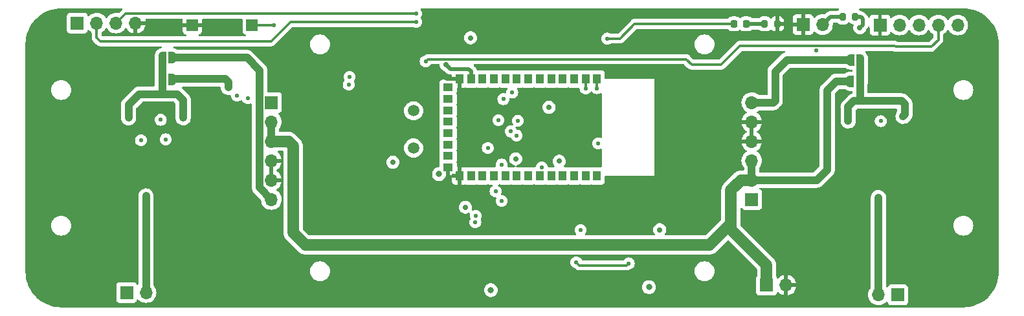
<source format=gtl>
G04 #@! TF.GenerationSoftware,KiCad,Pcbnew,7.0.1*
G04 #@! TF.CreationDate,2023-11-28T21:34:11+01:00*
G04 #@! TF.ProjectId,Gruzik2.0,4772757a-696b-4322-9e30-2e6b69636164,rev?*
G04 #@! TF.SameCoordinates,Original*
G04 #@! TF.FileFunction,Copper,L1,Top*
G04 #@! TF.FilePolarity,Positive*
%FSLAX46Y46*%
G04 Gerber Fmt 4.6, Leading zero omitted, Abs format (unit mm)*
G04 Created by KiCad (PCBNEW 7.0.1) date 2023-11-28 21:34:11*
%MOMM*%
%LPD*%
G01*
G04 APERTURE LIST*
G04 Aperture macros list*
%AMRoundRect*
0 Rectangle with rounded corners*
0 $1 Rounding radius*
0 $2 $3 $4 $5 $6 $7 $8 $9 X,Y pos of 4 corners*
0 Add a 4 corners polygon primitive as box body*
4,1,4,$2,$3,$4,$5,$6,$7,$8,$9,$2,$3,0*
0 Add four circle primitives for the rounded corners*
1,1,$1+$1,$2,$3*
1,1,$1+$1,$4,$5*
1,1,$1+$1,$6,$7*
1,1,$1+$1,$8,$9*
0 Add four rect primitives between the rounded corners*
20,1,$1+$1,$2,$3,$4,$5,0*
20,1,$1+$1,$4,$5,$6,$7,0*
20,1,$1+$1,$6,$7,$8,$9,0*
20,1,$1+$1,$8,$9,$2,$3,0*%
%AMFreePoly0*
4,1,19,0.500000,-0.750000,0.000000,-0.750000,0.000000,-0.744911,-0.071157,-0.744911,-0.207708,-0.704816,-0.327430,-0.627875,-0.420627,-0.520320,-0.479746,-0.390866,-0.500000,-0.250000,-0.500000,0.250000,-0.479746,0.390866,-0.420627,0.520320,-0.327430,0.627875,-0.207708,0.704816,-0.071157,0.744911,0.000000,0.744911,0.000000,0.750000,0.500000,0.750000,0.500000,-0.750000,0.500000,-0.750000,
$1*%
%AMFreePoly1*
4,1,19,0.000000,0.744911,0.071157,0.744911,0.207708,0.704816,0.327430,0.627875,0.420627,0.520320,0.479746,0.390866,0.500000,0.250000,0.500000,-0.250000,0.479746,-0.390866,0.420627,-0.520320,0.327430,-0.627875,0.207708,-0.704816,0.071157,-0.744911,0.000000,-0.744911,0.000000,-0.750000,-0.500000,-0.750000,-0.500000,0.750000,0.000000,0.750000,0.000000,0.744911,0.000000,0.744911,
$1*%
G04 Aperture macros list end*
G04 #@! TA.AperFunction,ComponentPad*
%ADD10C,1.500000*%
G04 #@! TD*
G04 #@! TA.AperFunction,ComponentPad*
%ADD11R,1.700000X1.700000*%
G04 #@! TD*
G04 #@! TA.AperFunction,ComponentPad*
%ADD12O,1.700000X1.700000*%
G04 #@! TD*
G04 #@! TA.AperFunction,SMDPad,CuDef*
%ADD13FreePoly0,180.000000*%
G04 #@! TD*
G04 #@! TA.AperFunction,SMDPad,CuDef*
%ADD14FreePoly1,180.000000*%
G04 #@! TD*
G04 #@! TA.AperFunction,SMDPad,CuDef*
%ADD15FreePoly0,0.000000*%
G04 #@! TD*
G04 #@! TA.AperFunction,SMDPad,CuDef*
%ADD16FreePoly1,0.000000*%
G04 #@! TD*
G04 #@! TA.AperFunction,SMDPad,CuDef*
%ADD17RoundRect,0.200000X-0.200000X-0.275000X0.200000X-0.275000X0.200000X0.275000X-0.200000X0.275000X0*%
G04 #@! TD*
G04 #@! TA.AperFunction,SMDPad,CuDef*
%ADD18R,1.000000X1.300000*%
G04 #@! TD*
G04 #@! TA.AperFunction,SMDPad,CuDef*
%ADD19R,1.300000X1.000000*%
G04 #@! TD*
G04 #@! TA.AperFunction,SMDPad,CuDef*
%ADD20R,1.500000X1.500000*%
G04 #@! TD*
G04 #@! TA.AperFunction,SMDPad,CuDef*
%ADD21RoundRect,0.218750X0.218750X0.256250X-0.218750X0.256250X-0.218750X-0.256250X0.218750X-0.256250X0*%
G04 #@! TD*
G04 #@! TA.AperFunction,ViaPad*
%ADD22C,0.700000*%
G04 #@! TD*
G04 #@! TA.AperFunction,ViaPad*
%ADD23C,0.550000*%
G04 #@! TD*
G04 #@! TA.AperFunction,ViaPad*
%ADD24C,0.800000*%
G04 #@! TD*
G04 #@! TA.AperFunction,Conductor*
%ADD25C,0.500000*%
G04 #@! TD*
G04 #@! TA.AperFunction,Conductor*
%ADD26C,1.000000*%
G04 #@! TD*
G04 #@! TA.AperFunction,Conductor*
%ADD27C,1.500000*%
G04 #@! TD*
G04 #@! TA.AperFunction,Conductor*
%ADD28C,0.300000*%
G04 #@! TD*
G04 APERTURE END LIST*
D10*
X87426800Y-151751200D03*
X87426800Y-146871200D03*
D11*
X138379200Y-135585200D03*
D12*
X140919200Y-135585200D03*
D13*
X145846800Y-140208000D03*
D14*
X144546800Y-140208000D03*
D15*
X144526000Y-143002000D03*
D16*
X145826000Y-143002000D03*
D15*
X54580000Y-139903200D03*
D16*
X55880000Y-139903200D03*
D11*
X49885600Y-170688000D03*
D12*
X52425600Y-170688000D03*
D11*
X43434000Y-135382000D03*
D12*
X45974000Y-135382000D03*
X48514000Y-135382000D03*
X51054000Y-135382000D03*
D11*
X150774400Y-170992800D03*
D12*
X148234400Y-170992800D03*
D13*
X55880000Y-142748000D03*
D14*
X54580000Y-142748000D03*
D11*
X148437600Y-135636000D03*
D12*
X150977600Y-135636000D03*
X153517600Y-135636000D03*
X156057600Y-135636000D03*
X158597600Y-135636000D03*
D17*
X143560800Y-134569200D03*
X145210800Y-134569200D03*
X133350000Y-135483600D03*
X135000000Y-135483600D03*
D18*
X111431200Y-142697200D03*
X109931200Y-142697200D03*
X108431200Y-142697200D03*
X106931200Y-142697200D03*
X105431200Y-142697200D03*
X103931200Y-142697200D03*
X102431200Y-142697200D03*
X100931200Y-142697200D03*
X99431200Y-142697200D03*
X97931200Y-142697200D03*
X96431200Y-142697200D03*
X94931200Y-142697200D03*
X93431200Y-142697200D03*
D19*
X91931200Y-143797200D03*
X91931200Y-145297200D03*
X91931200Y-146797200D03*
X91931200Y-148297200D03*
X91931200Y-149797200D03*
X91931200Y-151297200D03*
X91931200Y-152797200D03*
X91931200Y-154297200D03*
D18*
X93431200Y-155397200D03*
X94931200Y-155397200D03*
X96431200Y-155397200D03*
X97931200Y-155397200D03*
X99431200Y-155397200D03*
X100931200Y-155397200D03*
X102431200Y-155397200D03*
X103931200Y-155397200D03*
X105431200Y-155397200D03*
X106931200Y-155397200D03*
X108431200Y-155397200D03*
X109931200Y-155397200D03*
X111431200Y-155397200D03*
D11*
X131666000Y-158496000D03*
D12*
X131666000Y-155956000D03*
X131666000Y-153416000D03*
X131666000Y-150876000D03*
X131666000Y-148336000D03*
X131666000Y-145796000D03*
D11*
X68834000Y-145796000D03*
D12*
X68834000Y-148336000D03*
X68834000Y-150876000D03*
X68834000Y-153416000D03*
X68834000Y-155956000D03*
X68834000Y-158496000D03*
D11*
X133604000Y-169722800D03*
D12*
X136144000Y-169722800D03*
D20*
X58494000Y-135636000D03*
X66294000Y-135636000D03*
D21*
X130924000Y-135483600D03*
X129349000Y-135483600D03*
D22*
X51866800Y-154432000D03*
X136156200Y-135483600D03*
X147015200Y-155194000D03*
X146202400Y-154533600D03*
X53848000Y-154990800D03*
X91948000Y-157937200D03*
X91897200Y-156819600D03*
X52628800Y-154990800D03*
D23*
X53238400Y-151079200D03*
D22*
X90728800Y-141681200D03*
X106514600Y-151929800D03*
X95707200Y-151434800D03*
X147980400Y-155143200D03*
X107289600Y-166928800D03*
X105156000Y-144868600D03*
X95771000Y-159499000D03*
X149148800Y-154533600D03*
D23*
X146862800Y-151536400D03*
D22*
X54914800Y-154432000D03*
D23*
X98958400Y-153924000D03*
D22*
X84734400Y-153619200D03*
X145796000Y-135991600D03*
X94221000Y-159512000D03*
X91694000Y-140817600D03*
D24*
X97536000Y-170383200D03*
D22*
X119634000Y-162458400D03*
X100787200Y-153162000D03*
D23*
X54356000Y-148052000D03*
X148538700Y-148233900D03*
D22*
X105156000Y-146418600D03*
X106476800Y-153479800D03*
D24*
X90754200Y-155169200D03*
D23*
X97129600Y-151739600D03*
D22*
X63195200Y-143814800D03*
D23*
X108712000Y-166725600D03*
X115570000Y-166878000D03*
D24*
X118211600Y-169976800D03*
D22*
X94894400Y-137312400D03*
X144272000Y-148183600D03*
X151460200Y-147599400D03*
X50139600Y-147777200D03*
X57302400Y-147777200D03*
D23*
X112776000Y-137414000D03*
X101056600Y-148168200D03*
D22*
X52425600Y-158038800D03*
X52425600Y-158902400D03*
D23*
X111581700Y-151144900D03*
X140055600Y-138988800D03*
X104190800Y-154272698D03*
X109270800Y-162509200D03*
X98520000Y-148100800D03*
D22*
X148234400Y-158242000D03*
X148234400Y-159105600D03*
D23*
X87782400Y-135229600D03*
X99161600Y-145338800D03*
X100330000Y-144490100D03*
X87782400Y-134162800D03*
X79044800Y-142443200D03*
X100152200Y-149580600D03*
X55016400Y-150622000D03*
X64312800Y-144881600D03*
X100888800Y-150114000D03*
X51765200Y-150723600D03*
X78943200Y-143459200D03*
X65735200Y-145237200D03*
X109931200Y-143967200D03*
X111431200Y-143916400D03*
X95554800Y-160629600D03*
X98958400Y-158699200D03*
X95504000Y-161493200D03*
X98145600Y-157429200D03*
X89001600Y-140411200D03*
X69138800Y-135636000D03*
D25*
X91897200Y-156819600D02*
X91931200Y-156785600D01*
X91744800Y-142697200D02*
X90728800Y-141681200D01*
X93431200Y-157216000D02*
X93431200Y-155397200D01*
X91948000Y-157937200D02*
X92710000Y-157937200D01*
X135000000Y-135483600D02*
X136156200Y-135483600D01*
X91931200Y-156785600D02*
X91931200Y-154297200D01*
X93431200Y-142697200D02*
X91744800Y-142697200D01*
X92710000Y-157937200D02*
X93431200Y-157216000D01*
X141935200Y-134569200D02*
X140919200Y-135585200D01*
X143560800Y-134569200D02*
X141935200Y-134569200D01*
X94640400Y-141376400D02*
X92760800Y-141376400D01*
X91846400Y-140970000D02*
X91694000Y-140817600D01*
X92252800Y-141376400D02*
X91846400Y-140970000D01*
X94742000Y-141478000D02*
X94640400Y-141376400D01*
X92760800Y-141376400D02*
X92252800Y-141376400D01*
X145897600Y-134569200D02*
X145210800Y-134569200D01*
X94931200Y-141667200D02*
X94742000Y-141478000D01*
X94931200Y-142697200D02*
X94931200Y-141667200D01*
X146151600Y-135636000D02*
X146151600Y-134823200D01*
X146151600Y-134823200D02*
X145897600Y-134569200D01*
X145796000Y-135991600D02*
X146151600Y-135636000D01*
D26*
X141528800Y-154584400D02*
X140157200Y-155956000D01*
D27*
X128930400Y-157276800D02*
X130251200Y-155956000D01*
D26*
X141528800Y-144170400D02*
X141528800Y-154584400D01*
D27*
X128930400Y-162407600D02*
X128930400Y-161645600D01*
X68834000Y-150876000D02*
X71069200Y-150876000D01*
X71678800Y-162864800D02*
X73253600Y-164439600D01*
D26*
X131666000Y-155956000D02*
X131666000Y-153416000D01*
D28*
X115570000Y-166878000D02*
X115316000Y-167132000D01*
D27*
X126136400Y-164439600D02*
X127050800Y-163525200D01*
X128930400Y-161645600D02*
X128930400Y-157276800D01*
D26*
X142697200Y-143002000D02*
X141528800Y-144170400D01*
D27*
X73253600Y-164439600D02*
X126136400Y-164439600D01*
D26*
X63195200Y-143103600D02*
X62788800Y-142697200D01*
X144526000Y-143002000D02*
X142697200Y-143002000D01*
D27*
X133604000Y-167081200D02*
X128930400Y-162407600D01*
D26*
X140157200Y-155956000D02*
X131666000Y-155956000D01*
X63195200Y-143814800D02*
X63195200Y-143103600D01*
X61772800Y-142697200D02*
X55930800Y-142697200D01*
D27*
X71069200Y-150876000D02*
X71678800Y-151485600D01*
X71678800Y-151485600D02*
X71678800Y-162864800D01*
D26*
X55930800Y-142697200D02*
X55880000Y-142748000D01*
D27*
X133604000Y-169722800D02*
X133604000Y-167081200D01*
D26*
X68834000Y-150876000D02*
X68834000Y-148336000D01*
D27*
X130251200Y-155956000D02*
X131666000Y-155956000D01*
D26*
X62788800Y-142697200D02*
X61772800Y-142697200D01*
D28*
X109118400Y-167132000D02*
X108712000Y-166725600D01*
X115316000Y-167132000D02*
X109118400Y-167132000D01*
D27*
X127050800Y-163525200D02*
X128930400Y-161645600D01*
D26*
X145826000Y-145572000D02*
X145846800Y-145592800D01*
X145826000Y-143002000D02*
X145826000Y-145572000D01*
X151688800Y-147370800D02*
X151688800Y-145999200D01*
X151460200Y-147599400D02*
X151688800Y-147370800D01*
X151688800Y-145999200D02*
X151282400Y-145592800D01*
X145034000Y-145592800D02*
X144272000Y-146354800D01*
X145846800Y-140208000D02*
X145846800Y-142981200D01*
X145846800Y-145592800D02*
X145034000Y-145592800D01*
X145846800Y-142981200D02*
X145826000Y-143002000D01*
X151282400Y-145592800D02*
X145846800Y-145592800D01*
X144272000Y-146354800D02*
X144272000Y-148183600D01*
X57302400Y-145491200D02*
X57302400Y-147777200D01*
X56489600Y-144678400D02*
X57302400Y-145491200D01*
X54559200Y-144678400D02*
X56489600Y-144678400D01*
X54580000Y-144657600D02*
X54559200Y-144678400D01*
X54580000Y-142748000D02*
X54580000Y-144657600D01*
X50139600Y-146100800D02*
X51562000Y-144678400D01*
X51562000Y-144678400D02*
X54559200Y-144678400D01*
X50139600Y-147777200D02*
X50139600Y-146100800D01*
X54580000Y-139903200D02*
X54580000Y-142748000D01*
D25*
X130924000Y-135483600D02*
X133350000Y-135483600D01*
D28*
X116332000Y-135483600D02*
X129349000Y-135483600D01*
X112776000Y-137414000D02*
X114401600Y-137414000D01*
X114401600Y-137414000D02*
X116332000Y-135483600D01*
D26*
X65633600Y-139903200D02*
X55880000Y-139903200D01*
X68834000Y-158496000D02*
X67284000Y-156946000D01*
X67284000Y-156946000D02*
X67284000Y-141553600D01*
X67284000Y-141553600D02*
X65633600Y-139903200D01*
X134467600Y-145796000D02*
X134721600Y-145542000D01*
X134721600Y-145542000D02*
X134721600Y-141732000D01*
X134721600Y-141732000D02*
X136245600Y-140208000D01*
X131666000Y-145796000D02*
X134467600Y-145796000D01*
X136245600Y-140208000D02*
X144546800Y-140208000D01*
X52425600Y-170688000D02*
X52425600Y-158038800D01*
X148234400Y-170992800D02*
X148234400Y-159105600D01*
X148234400Y-158242000D02*
X148234400Y-158292800D01*
X148234400Y-159105600D02*
X148234400Y-158242000D01*
D28*
X87782400Y-135229600D02*
X71323200Y-135229600D01*
X45974000Y-137261600D02*
X45974000Y-135382000D01*
X68783200Y-137769600D02*
X46482000Y-137769600D01*
X71323200Y-135229600D02*
X68783200Y-137769600D01*
X46482000Y-137769600D02*
X45974000Y-137261600D01*
X87782400Y-134162800D02*
X49733200Y-134162800D01*
X49733200Y-134162800D02*
X48514000Y-135382000D01*
X109931200Y-143967200D02*
X109931200Y-142697200D01*
X111431200Y-143916400D02*
X111431200Y-142697200D01*
X123799600Y-140817600D02*
X123099600Y-140117600D01*
X89295200Y-140117600D02*
X89001600Y-140411200D01*
X127660400Y-140817600D02*
X123799600Y-140817600D01*
X123099600Y-140117600D02*
X89295200Y-140117600D01*
X156057600Y-135636000D02*
X156057600Y-137566400D01*
X150469600Y-138480800D02*
X150352600Y-138363800D01*
X155143200Y-138480800D02*
X150469600Y-138480800D01*
X156057600Y-137566400D02*
X155143200Y-138480800D01*
X130114200Y-138363800D02*
X127660400Y-140817600D01*
X150352600Y-138363800D02*
X130114200Y-138363800D01*
X69138800Y-135636000D02*
X66294000Y-135636000D01*
G04 #@! TA.AperFunction,Conductor*
G36*
X49286493Y-133460019D02*
G01*
X49330519Y-133497628D01*
X49352668Y-133551126D01*
X49348112Y-133608849D01*
X49317844Y-133658208D01*
X49316821Y-133659232D01*
X49316300Y-133659753D01*
X49301536Y-133672358D01*
X49284364Y-133684834D01*
X49255257Y-133720018D01*
X49247396Y-133728656D01*
X48941762Y-134034290D01*
X48886175Y-134066384D01*
X48821988Y-134066384D01*
X48749406Y-134046936D01*
X48513999Y-134026340D01*
X48278592Y-134046936D01*
X48050336Y-134108097D01*
X47836170Y-134207965D01*
X47642598Y-134343505D01*
X47475505Y-134510598D01*
X47345575Y-134696159D01*
X47301257Y-134735025D01*
X47244000Y-134749036D01*
X47186743Y-134735025D01*
X47142425Y-134696159D01*
X47109667Y-134649376D01*
X47012495Y-134510599D01*
X46845401Y-134343505D01*
X46651830Y-134207965D01*
X46437663Y-134108097D01*
X46376501Y-134091709D01*
X46209407Y-134046936D01*
X45974000Y-134026340D01*
X45738592Y-134046936D01*
X45510336Y-134108097D01*
X45296170Y-134207965D01*
X45102601Y-134343503D01*
X44980673Y-134465431D01*
X44927926Y-134496726D01*
X44866634Y-134498915D01*
X44811789Y-134471462D01*
X44776810Y-134421082D01*
X44754810Y-134362097D01*
X44727796Y-134289669D01*
X44641546Y-134174454D01*
X44526331Y-134088204D01*
X44391483Y-134037909D01*
X44331873Y-134031500D01*
X44331869Y-134031500D01*
X42536130Y-134031500D01*
X42476515Y-134037909D01*
X42341669Y-134088204D01*
X42226454Y-134174454D01*
X42140204Y-134289668D01*
X42089909Y-134424516D01*
X42083500Y-134484130D01*
X42083500Y-136279869D01*
X42089909Y-136339484D01*
X42093272Y-136348500D01*
X42140204Y-136474331D01*
X42226454Y-136589546D01*
X42341669Y-136675796D01*
X42476517Y-136726091D01*
X42536127Y-136732500D01*
X44331872Y-136732499D01*
X44391483Y-136726091D01*
X44526331Y-136675796D01*
X44641546Y-136589546D01*
X44727796Y-136474331D01*
X44776810Y-136342916D01*
X44811789Y-136292537D01*
X44866634Y-136265084D01*
X44927927Y-136267273D01*
X44980673Y-136298569D01*
X45102599Y-136420495D01*
X45270624Y-136538149D01*
X45309490Y-136582467D01*
X45323500Y-136639723D01*
X45323500Y-137176095D01*
X45321158Y-137197304D01*
X45323439Y-137269862D01*
X45323500Y-137273757D01*
X45323500Y-137302526D01*
X45324053Y-137306907D01*
X45324968Y-137318540D01*
X45326402Y-137364169D01*
X45332323Y-137384550D01*
X45336267Y-137403595D01*
X45338928Y-137424659D01*
X45355737Y-137467115D01*
X45359520Y-137478163D01*
X45372256Y-137522000D01*
X45383061Y-137540270D01*
X45391621Y-137557743D01*
X45399432Y-137577471D01*
X45412648Y-137595662D01*
X45426267Y-137614408D01*
X45432673Y-137624160D01*
X45455919Y-137663465D01*
X45455921Y-137663467D01*
X45470925Y-137678471D01*
X45483562Y-137693267D01*
X45496037Y-137710437D01*
X45524719Y-137734165D01*
X45531212Y-137739536D01*
X45539854Y-137747400D01*
X45961564Y-138169110D01*
X45974912Y-138185769D01*
X46027831Y-138235464D01*
X46030628Y-138238175D01*
X46050961Y-138258508D01*
X46054442Y-138261208D01*
X46063325Y-138268794D01*
X46096607Y-138300048D01*
X46107251Y-138305899D01*
X46115204Y-138310272D01*
X46131464Y-138320952D01*
X46148236Y-138333962D01*
X46190140Y-138352095D01*
X46200620Y-138357229D01*
X46240632Y-138379227D01*
X46261195Y-138384506D01*
X46279598Y-138390807D01*
X46299073Y-138399235D01*
X46344170Y-138406377D01*
X46355589Y-138408742D01*
X46399823Y-138420100D01*
X46421050Y-138420100D01*
X46440448Y-138421626D01*
X46461404Y-138424946D01*
X46506852Y-138420649D01*
X46518520Y-138420100D01*
X54356333Y-138420100D01*
X54415760Y-138435268D01*
X54460648Y-138477061D01*
X54480017Y-138535254D01*
X54469127Y-138595612D01*
X54430643Y-138643367D01*
X54373980Y-138666838D01*
X54365653Y-138668035D01*
X54227700Y-138708541D01*
X54096786Y-138768328D01*
X53975823Y-138846065D01*
X53918072Y-138889297D01*
X53867055Y-138940314D01*
X53772905Y-139048970D01*
X53695095Y-139170046D01*
X53635368Y-139300828D01*
X53610156Y-139368426D01*
X53594819Y-139438924D01*
X53574357Y-139581239D01*
X53569210Y-139653199D01*
X53574037Y-139720673D01*
X53574353Y-139729520D01*
X53574353Y-140076880D01*
X53574037Y-140085727D01*
X53569210Y-140153200D01*
X53574357Y-140225160D01*
X53578238Y-140252147D01*
X53579500Y-140269794D01*
X53579500Y-142381406D01*
X53578238Y-142399053D01*
X53574357Y-142426039D01*
X53569210Y-142497999D01*
X53574037Y-142565473D01*
X53574353Y-142574320D01*
X53574353Y-142921680D01*
X53574037Y-142930527D01*
X53569210Y-142998000D01*
X53574357Y-143069960D01*
X53578238Y-143096947D01*
X53579500Y-143114594D01*
X53579500Y-143553900D01*
X53562887Y-143615900D01*
X53517500Y-143661287D01*
X53455500Y-143677900D01*
X51576238Y-143677900D01*
X51573096Y-143677860D01*
X51485635Y-143675643D01*
X51427581Y-143686048D01*
X51418253Y-143687357D01*
X51359561Y-143693326D01*
X51330527Y-143702435D01*
X51315288Y-143706175D01*
X51285345Y-143711542D01*
X51230568Y-143733421D01*
X51221698Y-143736579D01*
X51165410Y-143754241D01*
X51138809Y-143769005D01*
X51124639Y-143775735D01*
X51096385Y-143787022D01*
X51096384Y-143787022D01*
X51096383Y-143787023D01*
X51086668Y-143793425D01*
X51047121Y-143819487D01*
X51039070Y-143824364D01*
X50987498Y-143852990D01*
X50964414Y-143872807D01*
X50951887Y-143882253D01*
X50926481Y-143898998D01*
X50884775Y-143940703D01*
X50877868Y-143947104D01*
X50833103Y-143985535D01*
X50814480Y-144009593D01*
X50804108Y-144021369D01*
X49442245Y-145383233D01*
X49439998Y-145385424D01*
X49376548Y-145445740D01*
X49376547Y-145445741D01*
X49363228Y-145464875D01*
X49342844Y-145494162D01*
X49337173Y-145501682D01*
X49299901Y-145547393D01*
X49285810Y-145574366D01*
X49277682Y-145587783D01*
X49260305Y-145612750D01*
X49237039Y-145666965D01*
X49232999Y-145675471D01*
X49205690Y-145727752D01*
X49197320Y-145757001D01*
X49192059Y-145771778D01*
X49180060Y-145799742D01*
X49168187Y-145857513D01*
X49165942Y-145866660D01*
X49149713Y-145923380D01*
X49147402Y-145953725D01*
X49145222Y-145969266D01*
X49139100Y-145999059D01*
X49139100Y-146058042D01*
X49138742Y-146067456D01*
X49134263Y-146126277D01*
X49138106Y-146156451D01*
X49139100Y-146172117D01*
X49139100Y-147827942D01*
X49143615Y-147872337D01*
X49154526Y-147979640D01*
X49179816Y-148060243D01*
X49215441Y-148173788D01*
X49227007Y-148194626D01*
X49308726Y-148341857D01*
X49314191Y-148351702D01*
X49446734Y-148506095D01*
X49607642Y-148630648D01*
X49790329Y-148720260D01*
X49987315Y-148771263D01*
X50190536Y-148781569D01*
X50190536Y-148781568D01*
X50190537Y-148781569D01*
X50391671Y-148750756D01*
X50474013Y-148720260D01*
X50582487Y-148680086D01*
X50725348Y-148591040D01*
X50755168Y-148572454D01*
X50755168Y-148572453D01*
X50755171Y-148572452D01*
X50902653Y-148432259D01*
X51018895Y-148265249D01*
X51099140Y-148078258D01*
X51104536Y-148052000D01*
X53575592Y-148052000D01*
X53595158Y-148225657D01*
X53652877Y-148390606D01*
X53745852Y-148538576D01*
X53869423Y-148662147D01*
X54017393Y-148755122D01*
X54182342Y-148812841D01*
X54356000Y-148832407D01*
X54529657Y-148812841D01*
X54694606Y-148755122D01*
X54842576Y-148662147D01*
X54966147Y-148538576D01*
X55059122Y-148390606D01*
X55116841Y-148225657D01*
X55136407Y-148052000D01*
X55132719Y-148019271D01*
X55116841Y-147878342D01*
X55059122Y-147713393D01*
X54966147Y-147565423D01*
X54842576Y-147441852D01*
X54694606Y-147348877D01*
X54529657Y-147291158D01*
X54356000Y-147271592D01*
X54182342Y-147291158D01*
X54017393Y-147348877D01*
X53869423Y-147441852D01*
X53745852Y-147565423D01*
X53652877Y-147713393D01*
X53595158Y-147878342D01*
X53575592Y-148052000D01*
X51104536Y-148052000D01*
X51140100Y-147878941D01*
X51140100Y-146566583D01*
X51149539Y-146519130D01*
X51176419Y-146478902D01*
X51940102Y-145715219D01*
X51980330Y-145688339D01*
X52027783Y-145678900D01*
X54457459Y-145678900D01*
X54544921Y-145678900D01*
X54548063Y-145678940D01*
X54635559Y-145681157D01*
X54635559Y-145681156D01*
X54635563Y-145681157D01*
X54637305Y-145680844D01*
X54659181Y-145678900D01*
X56023817Y-145678900D01*
X56071270Y-145688339D01*
X56111495Y-145715216D01*
X56265583Y-145869303D01*
X56292461Y-145909529D01*
X56301900Y-145956982D01*
X56301900Y-147827942D01*
X56306415Y-147872337D01*
X56317326Y-147979640D01*
X56342616Y-148060243D01*
X56378241Y-148173788D01*
X56389807Y-148194626D01*
X56471526Y-148341857D01*
X56476991Y-148351702D01*
X56609534Y-148506095D01*
X56770442Y-148630648D01*
X56953129Y-148720260D01*
X57150115Y-148771263D01*
X57353336Y-148781569D01*
X57353336Y-148781568D01*
X57353337Y-148781569D01*
X57554471Y-148750756D01*
X57636813Y-148720260D01*
X57745287Y-148680086D01*
X57888148Y-148591040D01*
X57917968Y-148572454D01*
X57917968Y-148572453D01*
X57917971Y-148572452D01*
X58065453Y-148432259D01*
X58181695Y-148265249D01*
X58261940Y-148078258D01*
X58302900Y-147878941D01*
X58302900Y-145505479D01*
X58302940Y-145502337D01*
X58305157Y-145414838D01*
X58304443Y-145410857D01*
X58294749Y-145356773D01*
X58293441Y-145347442D01*
X58291905Y-145332336D01*
X58287474Y-145288762D01*
X58278364Y-145259728D01*
X58274627Y-145244505D01*
X58269258Y-145214547D01*
X58247369Y-145159749D01*
X58244216Y-145150889D01*
X58226560Y-145094615D01*
X58226559Y-145094614D01*
X58226559Y-145094612D01*
X58211796Y-145068016D01*
X58205063Y-145053836D01*
X58193779Y-145025585D01*
X58193778Y-145025583D01*
X58161301Y-144976306D01*
X58156440Y-144968282D01*
X58127809Y-144916698D01*
X58127808Y-144916696D01*
X58107993Y-144893615D01*
X58098544Y-144881083D01*
X58081802Y-144855681D01*
X58040099Y-144813979D01*
X58033692Y-144807066D01*
X57995265Y-144762303D01*
X57971202Y-144743677D01*
X57959422Y-144733302D01*
X57207167Y-143981047D01*
X57204975Y-143978799D01*
X57201531Y-143975176D01*
X57144659Y-143915347D01*
X57144656Y-143915345D01*
X57136850Y-143907133D01*
X57108040Y-143857621D01*
X57104559Y-143800443D01*
X57127148Y-143747802D01*
X57170989Y-143710931D01*
X57226723Y-143697700D01*
X61671059Y-143697700D01*
X61823542Y-143697700D01*
X62070700Y-143697700D01*
X62132700Y-143714313D01*
X62178087Y-143759700D01*
X62194700Y-143821700D01*
X62194700Y-143865542D01*
X62197584Y-143893900D01*
X62210126Y-144017240D01*
X62246244Y-144132355D01*
X62271041Y-144211388D01*
X62332630Y-144322351D01*
X62360686Y-144372899D01*
X62369791Y-144389302D01*
X62502334Y-144543695D01*
X62663242Y-144668248D01*
X62845929Y-144757860D01*
X63042915Y-144808863D01*
X63246136Y-144819169D01*
X63393070Y-144796659D01*
X63458399Y-144804299D01*
X63510631Y-144844277D01*
X63535067Y-144905345D01*
X63551958Y-145055256D01*
X63609677Y-145220206D01*
X63702652Y-145368176D01*
X63826223Y-145491747D01*
X63974193Y-145584722D01*
X64139142Y-145642441D01*
X64312800Y-145662007D01*
X64486457Y-145642441D01*
X64651406Y-145584722D01*
X64732794Y-145533583D01*
X64799375Y-145491748D01*
X64810423Y-145480700D01*
X64863776Y-145449226D01*
X64925696Y-145447487D01*
X64980731Y-145475918D01*
X65015147Y-145527423D01*
X65032078Y-145575806D01*
X65125052Y-145723776D01*
X65248623Y-145847347D01*
X65396593Y-145940322D01*
X65561542Y-145998041D01*
X65735200Y-146017607D01*
X65908857Y-145998041D01*
X66073806Y-145940322D01*
X66073806Y-145940321D01*
X66093529Y-145927930D01*
X66156023Y-145908973D01*
X66219482Y-145924397D01*
X66266303Y-145969923D01*
X66283500Y-146032924D01*
X66283500Y-156931721D01*
X66283460Y-156934863D01*
X66281242Y-157022362D01*
X66291648Y-157080420D01*
X66292957Y-157089749D01*
X66298926Y-157148438D01*
X66308033Y-157177467D01*
X66311772Y-157192702D01*
X66317141Y-157222652D01*
X66339020Y-157277425D01*
X66342180Y-157286300D01*
X66358750Y-157339113D01*
X66359841Y-157342588D01*
X66374607Y-157369191D01*
X66381337Y-157383364D01*
X66392622Y-157411617D01*
X66425080Y-157460867D01*
X66429961Y-157468923D01*
X66458590Y-157520501D01*
X66478404Y-157543581D01*
X66487856Y-157556116D01*
X66504599Y-157581520D01*
X66546300Y-157623221D01*
X66552705Y-157630132D01*
X66591134Y-157674896D01*
X66615193Y-157693519D01*
X66626972Y-157703893D01*
X67452108Y-158529029D01*
X67476809Y-158564305D01*
X67487955Y-158605902D01*
X67498936Y-158731407D01*
X67536838Y-158872857D01*
X67560097Y-158959663D01*
X67659965Y-159173830D01*
X67795505Y-159367401D01*
X67962599Y-159534495D01*
X68156170Y-159670035D01*
X68370337Y-159769903D01*
X68598592Y-159831063D01*
X68834000Y-159851659D01*
X69069408Y-159831063D01*
X69297663Y-159769903D01*
X69511830Y-159670035D01*
X69705401Y-159534495D01*
X69872495Y-159367401D01*
X70008035Y-159173830D01*
X70107903Y-158959663D01*
X70169063Y-158731408D01*
X70171927Y-158698669D01*
X70180772Y-158597582D01*
X70201702Y-158538751D01*
X70248649Y-158497579D01*
X70256025Y-158496000D01*
X70248649Y-158494421D01*
X70201702Y-158453249D01*
X70180772Y-158394418D01*
X70169063Y-158260592D01*
X70142720Y-158162277D01*
X70107903Y-158032337D01*
X70008035Y-157818171D01*
X69872495Y-157624599D01*
X69705401Y-157457505D01*
X69519402Y-157327267D01*
X69480539Y-157282951D01*
X69466528Y-157225694D01*
X69480539Y-157168437D01*
X69519405Y-157124119D01*
X69705078Y-156994109D01*
X69872106Y-156827081D01*
X70007600Y-156633576D01*
X70107430Y-156419492D01*
X70164636Y-156206000D01*
X68708000Y-156206000D01*
X68646000Y-156189387D01*
X68600613Y-156144000D01*
X68584000Y-156082000D01*
X68584000Y-153666000D01*
X69084000Y-153666000D01*
X69084000Y-155706000D01*
X70164636Y-155706000D01*
X70164635Y-155705999D01*
X70107430Y-155492507D01*
X70007599Y-155278421D01*
X69872109Y-155084921D01*
X69705081Y-154917893D01*
X69518968Y-154787575D01*
X69480103Y-154743257D01*
X69466092Y-154686000D01*
X69480103Y-154628743D01*
X69518968Y-154584425D01*
X69705081Y-154454106D01*
X69872106Y-154287081D01*
X70007600Y-154093576D01*
X70107430Y-153879492D01*
X70164636Y-153666000D01*
X69084000Y-153666000D01*
X68584000Y-153666000D01*
X68584000Y-153290000D01*
X68600613Y-153228000D01*
X68646000Y-153182613D01*
X68708000Y-153166000D01*
X70164636Y-153166000D01*
X70164635Y-153165999D01*
X70107430Y-152952507D01*
X70007599Y-152738421D01*
X69872109Y-152544921D01*
X69705078Y-152377890D01*
X69668210Y-152352075D01*
X69627883Y-152304858D01*
X69615503Y-152244010D01*
X69634175Y-152184790D01*
X69679217Y-152142047D01*
X69739333Y-152126500D01*
X70304300Y-152126500D01*
X70366300Y-152143113D01*
X70411687Y-152188500D01*
X70428300Y-152250500D01*
X70428300Y-158383610D01*
X70412578Y-158444042D01*
X70369397Y-158489148D01*
X70347101Y-158496000D01*
X70369397Y-158502852D01*
X70412578Y-158547958D01*
X70428300Y-158608390D01*
X70428300Y-162787614D01*
X70427520Y-162801498D01*
X70423561Y-162836626D01*
X70428019Y-162902732D01*
X70428300Y-162911074D01*
X70428300Y-162920955D01*
X70431953Y-162961549D01*
X70432171Y-162964321D01*
X70438704Y-163061214D01*
X70439773Y-163065457D01*
X70443029Y-163084620D01*
X70443422Y-163088985D01*
X70469265Y-163182624D01*
X70469958Y-163185247D01*
X70488135Y-163257383D01*
X70493704Y-163279484D01*
X70495512Y-163283464D01*
X70502142Y-163301750D01*
X70503306Y-163305968D01*
X70545457Y-163393499D01*
X70546635Y-163396017D01*
X70586792Y-163484425D01*
X70589283Y-163488020D01*
X70599071Y-163504829D01*
X70600970Y-163508774D01*
X70658058Y-163587348D01*
X70659668Y-163589617D01*
X70714978Y-163669452D01*
X70718068Y-163672542D01*
X70730705Y-163687337D01*
X70733278Y-163690878D01*
X70733279Y-163690879D01*
X70803499Y-163758016D01*
X70805488Y-163759962D01*
X72314782Y-165269256D01*
X72324048Y-165279624D01*
X72346093Y-165307267D01*
X72395995Y-165350866D01*
X72402090Y-165356564D01*
X72409071Y-165363545D01*
X72440370Y-165389676D01*
X72442460Y-165391461D01*
X72515603Y-165455365D01*
X72519357Y-165457608D01*
X72535217Y-165468861D01*
X72538579Y-165471667D01*
X72538580Y-165471668D01*
X72538582Y-165471669D01*
X72577533Y-165493770D01*
X72623044Y-165519594D01*
X72625435Y-165520985D01*
X72708836Y-165570815D01*
X72712921Y-165572347D01*
X72730560Y-165580600D01*
X72734355Y-165582754D01*
X72782129Y-165599470D01*
X72826072Y-165614846D01*
X72828585Y-165615756D01*
X72919576Y-165649907D01*
X72923874Y-165650686D01*
X72942690Y-165655653D01*
X72946818Y-165657098D01*
X73042795Y-165672299D01*
X73045429Y-165672746D01*
X73141053Y-165690100D01*
X73145425Y-165690100D01*
X73164819Y-165691626D01*
X73169141Y-165692311D01*
X73266266Y-165690131D01*
X73269049Y-165690100D01*
X126059214Y-165690100D01*
X126073098Y-165690880D01*
X126108226Y-165694838D01*
X126108226Y-165694837D01*
X126108227Y-165694838D01*
X126174334Y-165690380D01*
X126182674Y-165690100D01*
X126192550Y-165690100D01*
X126192555Y-165690100D01*
X126233200Y-165686441D01*
X126235904Y-165686228D01*
X126332812Y-165679696D01*
X126337052Y-165678627D01*
X126356237Y-165675368D01*
X126360588Y-165674977D01*
X126454256Y-165649125D01*
X126456866Y-165648436D01*
X126551083Y-165624696D01*
X126555058Y-165622890D01*
X126573361Y-165616255D01*
X126577567Y-165615094D01*
X126577567Y-165615093D01*
X126577570Y-165615093D01*
X126665139Y-165572921D01*
X126667565Y-165571787D01*
X126756026Y-165531607D01*
X126759609Y-165529124D01*
X126776439Y-165519323D01*
X126780373Y-165517429D01*
X126859008Y-165460296D01*
X126861181Y-165458755D01*
X126941054Y-165403420D01*
X126944140Y-165400332D01*
X126958943Y-165387689D01*
X126962478Y-165385122D01*
X127029639Y-165314875D01*
X127031496Y-165312976D01*
X127974745Y-164369729D01*
X127974745Y-164369728D01*
X128461722Y-163882751D01*
X128517305Y-163850660D01*
X128581493Y-163850660D01*
X128637080Y-163882754D01*
X132317181Y-167562855D01*
X132344061Y-167603083D01*
X132353500Y-167650536D01*
X132353500Y-168531361D01*
X132347155Y-168570520D01*
X132328768Y-168605671D01*
X132310204Y-168630469D01*
X132259909Y-168765316D01*
X132253500Y-168824930D01*
X132253500Y-170620669D01*
X132255455Y-170638853D01*
X132259909Y-170680283D01*
X132310204Y-170815131D01*
X132396454Y-170930346D01*
X132511669Y-171016596D01*
X132646517Y-171066891D01*
X132706127Y-171073300D01*
X134501872Y-171073299D01*
X134561483Y-171066891D01*
X134696331Y-171016596D01*
X134811546Y-170930346D01*
X134897796Y-170815131D01*
X134947003Y-170683198D01*
X134981981Y-170632821D01*
X135036826Y-170605368D01*
X135098119Y-170607557D01*
X135150865Y-170638853D01*
X135272918Y-170760906D01*
X135466423Y-170896400D01*
X135680507Y-170996230D01*
X135893999Y-171053435D01*
X135894000Y-171053436D01*
X135894000Y-169972800D01*
X136394000Y-169972800D01*
X136394000Y-171053435D01*
X136607492Y-170996230D01*
X136614848Y-170992800D01*
X146878740Y-170992800D01*
X146899336Y-171228207D01*
X146936211Y-171365827D01*
X146960497Y-171456463D01*
X147060365Y-171670630D01*
X147195905Y-171864201D01*
X147362999Y-172031295D01*
X147556570Y-172166835D01*
X147770737Y-172266703D01*
X147998991Y-172327862D01*
X147998992Y-172327863D01*
X148234399Y-172348459D01*
X148234399Y-172348458D01*
X148234400Y-172348459D01*
X148469808Y-172327863D01*
X148698063Y-172266703D01*
X148912230Y-172166835D01*
X149105801Y-172031295D01*
X149227729Y-171909366D01*
X149280472Y-171878073D01*
X149341765Y-171875884D01*
X149396609Y-171903337D01*
X149431589Y-171953716D01*
X149457454Y-172023063D01*
X149480604Y-172085131D01*
X149566854Y-172200346D01*
X149682069Y-172286596D01*
X149816917Y-172336891D01*
X149876527Y-172343300D01*
X151672272Y-172343299D01*
X151731883Y-172336891D01*
X151866731Y-172286596D01*
X151981946Y-172200346D01*
X152068196Y-172085131D01*
X152118491Y-171950283D01*
X152124900Y-171890673D01*
X152124899Y-170094928D01*
X152118491Y-170035317D01*
X152068196Y-169900469D01*
X151981946Y-169785254D01*
X151866731Y-169699004D01*
X151731883Y-169648709D01*
X151672273Y-169642300D01*
X151672269Y-169642300D01*
X149876530Y-169642300D01*
X149816915Y-169648709D01*
X149682069Y-169699004D01*
X149566854Y-169785254D01*
X149480604Y-169900468D01*
X149480603Y-169900469D01*
X149480604Y-169900469D01*
X149475080Y-169915277D01*
X149434620Y-169970138D01*
X149371274Y-169995323D01*
X149304189Y-169983219D01*
X149253638Y-169937485D01*
X149234900Y-169871942D01*
X149234900Y-161925000D01*
X158032531Y-161925000D01*
X158052364Y-162151689D01*
X158111261Y-162371497D01*
X158207432Y-162577735D01*
X158337953Y-162764140D01*
X158498859Y-162925046D01*
X158685264Y-163055567D01*
X158685265Y-163055567D01*
X158685266Y-163055568D01*
X158891504Y-163151739D01*
X159111308Y-163210635D01*
X159196261Y-163218067D01*
X159281214Y-163225500D01*
X159281216Y-163225500D01*
X159394784Y-163225500D01*
X159394786Y-163225500D01*
X159462747Y-163219553D01*
X159564692Y-163210635D01*
X159784496Y-163151739D01*
X159990734Y-163055568D01*
X160177139Y-162925047D01*
X160338047Y-162764139D01*
X160468568Y-162577734D01*
X160564739Y-162371496D01*
X160623635Y-162151692D01*
X160643468Y-161925000D01*
X160623635Y-161698308D01*
X160564739Y-161478504D01*
X160468568Y-161272266D01*
X160386173Y-161154593D01*
X160338046Y-161085859D01*
X160177140Y-160924953D01*
X159990735Y-160794432D01*
X159784497Y-160698261D01*
X159564689Y-160639364D01*
X159394786Y-160624500D01*
X159394784Y-160624500D01*
X159281216Y-160624500D01*
X159281214Y-160624500D01*
X159111310Y-160639364D01*
X158891502Y-160698261D01*
X158685264Y-160794432D01*
X158498859Y-160924953D01*
X158337953Y-161085859D01*
X158207432Y-161272264D01*
X158111261Y-161478502D01*
X158052364Y-161698310D01*
X158032531Y-161925000D01*
X149234900Y-161925000D01*
X149234900Y-158191260D01*
X149229714Y-158140259D01*
X149219474Y-158039562D01*
X149158559Y-157845412D01*
X149059809Y-157667498D01*
X148927266Y-157513105D01*
X148796155Y-157411617D01*
X148766357Y-157388551D01*
X148583672Y-157298940D01*
X148500575Y-157277425D01*
X148386685Y-157247937D01*
X148366071Y-157246891D01*
X148183462Y-157237630D01*
X147982328Y-157268443D01*
X147791513Y-157339113D01*
X147618831Y-157446745D01*
X147549023Y-157513104D01*
X147471347Y-157586941D01*
X147441285Y-157630132D01*
X147355105Y-157753950D01*
X147275968Y-157938358D01*
X147274860Y-157940942D01*
X147254594Y-158039562D01*
X147233900Y-158140261D01*
X147233900Y-170032042D01*
X147224461Y-170079495D01*
X147197581Y-170119723D01*
X147195905Y-170121398D01*
X147060365Y-170314970D01*
X146960497Y-170529136D01*
X146899336Y-170757392D01*
X146878740Y-170992800D01*
X136614848Y-170992800D01*
X136821576Y-170896400D01*
X137015081Y-170760906D01*
X137182106Y-170593881D01*
X137317600Y-170400376D01*
X137417430Y-170186292D01*
X137474636Y-169972800D01*
X136394000Y-169972800D01*
X135894000Y-169972800D01*
X135894000Y-168392164D01*
X136394000Y-168392164D01*
X136394000Y-169472800D01*
X137474636Y-169472800D01*
X137474635Y-169472799D01*
X137417430Y-169259307D01*
X137317599Y-169045221D01*
X137182109Y-168851721D01*
X137015081Y-168684693D01*
X136821576Y-168549199D01*
X136607492Y-168449369D01*
X136394000Y-168392164D01*
X135894000Y-168392164D01*
X135893999Y-168392164D01*
X135680507Y-168449369D01*
X135466421Y-168549200D01*
X135272924Y-168684688D01*
X135150865Y-168806747D01*
X135098118Y-168838042D01*
X135036825Y-168840231D01*
X134981981Y-168812778D01*
X134947002Y-168762398D01*
X134897796Y-168630469D01*
X134879231Y-168605669D01*
X134860845Y-168570520D01*
X134854500Y-168531361D01*
X134854500Y-167158386D01*
X134855280Y-167144501D01*
X134859238Y-167109372D01*
X134854781Y-167043263D01*
X134854500Y-167034922D01*
X134854500Y-167025048D01*
X134854500Y-167025045D01*
X134850844Y-166984424D01*
X134850630Y-166981698D01*
X134845072Y-166899257D01*
X134844097Y-166884788D01*
X134843028Y-166880546D01*
X134839768Y-166861355D01*
X134839377Y-166857014D01*
X134839377Y-166857012D01*
X134813513Y-166763300D01*
X134812855Y-166760809D01*
X134789096Y-166666517D01*
X134787285Y-166662531D01*
X134780656Y-166644246D01*
X134779493Y-166640030D01*
X134737332Y-166552483D01*
X134736181Y-166550023D01*
X134696007Y-166461575D01*
X134693519Y-166457984D01*
X134683723Y-166441161D01*
X134681829Y-166437227D01*
X134624706Y-166358604D01*
X134623128Y-166356380D01*
X134567820Y-166276546D01*
X134564734Y-166273460D01*
X134552091Y-166258658D01*
X134549522Y-166255122D01*
X134479299Y-166187982D01*
X134477310Y-166186036D01*
X130217219Y-161925945D01*
X130190339Y-161885717D01*
X130180900Y-161838264D01*
X130180900Y-161753777D01*
X130182427Y-161734379D01*
X130182511Y-161733842D01*
X130183111Y-161730060D01*
X130180931Y-161632934D01*
X130180900Y-161630152D01*
X130180900Y-159705338D01*
X130196068Y-159645911D01*
X130237861Y-159601023D01*
X130296054Y-159581654D01*
X130356411Y-159592544D01*
X130404167Y-159631028D01*
X130458452Y-159703544D01*
X130458453Y-159703544D01*
X130458454Y-159703546D01*
X130573669Y-159789796D01*
X130708517Y-159840091D01*
X130768127Y-159846500D01*
X132563872Y-159846499D01*
X132623483Y-159840091D01*
X132758331Y-159789796D01*
X132873546Y-159703546D01*
X132959796Y-159588331D01*
X133010091Y-159453483D01*
X133016500Y-159393873D01*
X133016499Y-157598128D01*
X133010091Y-157538517D01*
X132959796Y-157403669D01*
X132873546Y-157288454D01*
X132758331Y-157202204D01*
X132743522Y-157196680D01*
X132688662Y-157156220D01*
X132663477Y-157092874D01*
X132675581Y-157025789D01*
X132721315Y-156975238D01*
X132786858Y-156956500D01*
X140142921Y-156956500D01*
X140146062Y-156956539D01*
X140233563Y-156958757D01*
X140291632Y-156948348D01*
X140300936Y-156947043D01*
X140359638Y-156941074D01*
X140388667Y-156931965D01*
X140403900Y-156928226D01*
X140433853Y-156922858D01*
X140488626Y-156900978D01*
X140497501Y-156897819D01*
X140514875Y-156892367D01*
X140553788Y-156880159D01*
X140580394Y-156865390D01*
X140594562Y-156858662D01*
X140622817Y-156847377D01*
X140672079Y-156814909D01*
X140680110Y-156810043D01*
X140731702Y-156781409D01*
X140754787Y-156761589D01*
X140767314Y-156752144D01*
X140792719Y-156735402D01*
X140834451Y-156693668D01*
X140841323Y-156687300D01*
X140886095Y-156648866D01*
X140904719Y-156624803D01*
X140915080Y-156613039D01*
X142226209Y-155301910D01*
X142228379Y-155299794D01*
X142291853Y-155239459D01*
X142325557Y-155191033D01*
X142331226Y-155183516D01*
X142368498Y-155137807D01*
X142382583Y-155110839D01*
X142390718Y-155097415D01*
X142400984Y-155082665D01*
X142408095Y-155072449D01*
X142431368Y-155018215D01*
X142435388Y-155009750D01*
X142462709Y-154957449D01*
X142471075Y-154928208D01*
X142476339Y-154913419D01*
X142488340Y-154885458D01*
X142500217Y-154827656D01*
X142502452Y-154818548D01*
X142518686Y-154761818D01*
X142520996Y-154731478D01*
X142523176Y-154715940D01*
X142529300Y-154686142D01*
X142529300Y-154627156D01*
X142529658Y-154617741D01*
X142529954Y-154613849D01*
X142534137Y-154558924D01*
X142530294Y-154528748D01*
X142529300Y-154513083D01*
X142529300Y-144636183D01*
X142538739Y-144588730D01*
X142565619Y-144548502D01*
X143075301Y-144038819D01*
X143115529Y-144011939D01*
X143162982Y-144002500D01*
X143804898Y-144002500D01*
X143844057Y-144008846D01*
X143879208Y-144027233D01*
X143893150Y-144037670D01*
X143921830Y-144059139D01*
X144042784Y-144136871D01*
X144173700Y-144196658D01*
X144311655Y-144237165D01*
X144454111Y-144257647D01*
X144701500Y-144257647D01*
X144763500Y-144274260D01*
X144808887Y-144319647D01*
X144825500Y-144381647D01*
X144825500Y-144514723D01*
X144815859Y-144562660D01*
X144788436Y-144603143D01*
X144747494Y-144629877D01*
X144702568Y-144647821D01*
X144693698Y-144650979D01*
X144637414Y-144668639D01*
X144610819Y-144683401D01*
X144596641Y-144690134D01*
X144568385Y-144701420D01*
X144519122Y-144733887D01*
X144511066Y-144738767D01*
X144459495Y-144767391D01*
X144436406Y-144787212D01*
X144423883Y-144796655D01*
X144398484Y-144813396D01*
X144356782Y-144855097D01*
X144349875Y-144861498D01*
X144305104Y-144899934D01*
X144286480Y-144923994D01*
X144276107Y-144935771D01*
X143574646Y-145637232D01*
X143572399Y-145639423D01*
X143508948Y-145699739D01*
X143475244Y-145748162D01*
X143469573Y-145755682D01*
X143432301Y-145801393D01*
X143418210Y-145828366D01*
X143410082Y-145841783D01*
X143392705Y-145866750D01*
X143369439Y-145920965D01*
X143365399Y-145929471D01*
X143338090Y-145981752D01*
X143329720Y-146011001D01*
X143324459Y-146025778D01*
X143312460Y-146053742D01*
X143300587Y-146111513D01*
X143298342Y-146120660D01*
X143282113Y-146177380D01*
X143279802Y-146207725D01*
X143277622Y-146223266D01*
X143271500Y-146253059D01*
X143271500Y-146312042D01*
X143271142Y-146321456D01*
X143266663Y-146380277D01*
X143270506Y-146410451D01*
X143271500Y-146426117D01*
X143271500Y-148234340D01*
X143286926Y-148386040D01*
X143312030Y-148466050D01*
X143347841Y-148580188D01*
X143389241Y-148654776D01*
X143442513Y-148750756D01*
X143446591Y-148758102D01*
X143579134Y-148912495D01*
X143740042Y-149037048D01*
X143922729Y-149126660D01*
X144119715Y-149177663D01*
X144322936Y-149187969D01*
X144322936Y-149187968D01*
X144322937Y-149187969D01*
X144524071Y-149157156D01*
X144606413Y-149126660D01*
X144714887Y-149086486D01*
X144887571Y-148978852D01*
X145035053Y-148838659D01*
X145151295Y-148671649D01*
X145231540Y-148484658D01*
X145272500Y-148285341D01*
X145272500Y-148233899D01*
X147758292Y-148233899D01*
X147777858Y-148407557D01*
X147835577Y-148572506D01*
X147928552Y-148720476D01*
X148052123Y-148844047D01*
X148200093Y-148937022D01*
X148365042Y-148994741D01*
X148538700Y-149014307D01*
X148712357Y-148994741D01*
X148877306Y-148937022D01*
X149025276Y-148844047D01*
X149148847Y-148720476D01*
X149241822Y-148572506D01*
X149299541Y-148407557D01*
X149319107Y-148233900D01*
X149304087Y-148100592D01*
X149299541Y-148060242D01*
X149241822Y-147895293D01*
X149148847Y-147747323D01*
X149025276Y-147623752D01*
X148877306Y-147530777D01*
X148712357Y-147473058D01*
X148538700Y-147453492D01*
X148365042Y-147473058D01*
X148200093Y-147530777D01*
X148052123Y-147623752D01*
X147928552Y-147747323D01*
X147835577Y-147895293D01*
X147777858Y-148060242D01*
X147758292Y-148233899D01*
X145272500Y-148233899D01*
X145272500Y-146820583D01*
X145281939Y-146773130D01*
X145308819Y-146732902D01*
X145412102Y-146629619D01*
X145452330Y-146602739D01*
X145499783Y-146593300D01*
X145745059Y-146593300D01*
X145804043Y-146593300D01*
X145813457Y-146593658D01*
X145872277Y-146598137D01*
X145902452Y-146594293D01*
X145918118Y-146593300D01*
X150564300Y-146593300D01*
X150626300Y-146609913D01*
X150671687Y-146655300D01*
X150688300Y-146717300D01*
X150688300Y-146918699D01*
X150681118Y-146960288D01*
X150660402Y-146997059D01*
X150620505Y-147045989D01*
X150620502Y-147045993D01*
X150556834Y-147167880D01*
X150526289Y-147226355D01*
X150470312Y-147421980D01*
X150454863Y-147624877D01*
X150477757Y-147804647D01*
X150480570Y-147826728D01*
X150546384Y-148019272D01*
X150649610Y-148194627D01*
X150777336Y-148336000D01*
X150786023Y-148345615D01*
X150950033Y-148466050D01*
X151134930Y-148551005D01*
X151333146Y-148597003D01*
X151536561Y-148602157D01*
X151536561Y-148602156D01*
X151536563Y-148602157D01*
X151736853Y-148566258D01*
X151831334Y-148528517D01*
X151925816Y-148490778D01*
X152003763Y-148439406D01*
X152095719Y-148378802D01*
X152386210Y-148088308D01*
X152388382Y-148086191D01*
X152451853Y-148025859D01*
X152485559Y-147977430D01*
X152491228Y-147969913D01*
X152500696Y-147958302D01*
X152528498Y-147924207D01*
X152542583Y-147897239D01*
X152550718Y-147883815D01*
X152558707Y-147872336D01*
X152568095Y-147858849D01*
X152591368Y-147804615D01*
X152595388Y-147796150D01*
X152622709Y-147743849D01*
X152631075Y-147714608D01*
X152636339Y-147699819D01*
X152648340Y-147671858D01*
X152660217Y-147614056D01*
X152662452Y-147604948D01*
X152678686Y-147548218D01*
X152680996Y-147517878D01*
X152683176Y-147502340D01*
X152689300Y-147472542D01*
X152689300Y-147413556D01*
X152689658Y-147404141D01*
X152690903Y-147387792D01*
X152694137Y-147345324D01*
X152690294Y-147315148D01*
X152689300Y-147299483D01*
X152689300Y-146013438D01*
X152689340Y-146010296D01*
X152691556Y-145922839D01*
X152691555Y-145922838D01*
X152691556Y-145922836D01*
X152681145Y-145864754D01*
X152679842Y-145855463D01*
X152673874Y-145796762D01*
X152664764Y-145767728D01*
X152661023Y-145752486D01*
X152656590Y-145727752D01*
X152655658Y-145722547D01*
X152655657Y-145722545D01*
X152655657Y-145722543D01*
X152633776Y-145667765D01*
X152630616Y-145658889D01*
X152627856Y-145650092D01*
X152612959Y-145602612D01*
X152598195Y-145576012D01*
X152591460Y-145561831D01*
X152585693Y-145547393D01*
X152580177Y-145533583D01*
X152547717Y-145484331D01*
X152542836Y-145476274D01*
X152514209Y-145424698D01*
X152494382Y-145401603D01*
X152484946Y-145389088D01*
X152468202Y-145363681D01*
X152468200Y-145363679D01*
X152468199Y-145363677D01*
X152426500Y-145321979D01*
X152420094Y-145315067D01*
X152381668Y-145270306D01*
X152357605Y-145251680D01*
X152345826Y-145241305D01*
X151999965Y-144895445D01*
X151997772Y-144893196D01*
X151937459Y-144829746D01*
X151889042Y-144796047D01*
X151881519Y-144790375D01*
X151835805Y-144753100D01*
X151808840Y-144739015D01*
X151795419Y-144730884D01*
X151770449Y-144713505D01*
X151770448Y-144713504D01*
X151770446Y-144713503D01*
X151716245Y-144690243D01*
X151707736Y-144686202D01*
X151655453Y-144658892D01*
X151649526Y-144657196D01*
X151626198Y-144650521D01*
X151611420Y-144645259D01*
X151583458Y-144633260D01*
X151525672Y-144621383D01*
X151516528Y-144619138D01*
X151459821Y-144602913D01*
X151429475Y-144600602D01*
X151413934Y-144598422D01*
X151384142Y-144592300D01*
X151384141Y-144592300D01*
X151325158Y-144592300D01*
X151315744Y-144591942D01*
X151297227Y-144590532D01*
X151256924Y-144587463D01*
X151256923Y-144587463D01*
X151226749Y-144591306D01*
X151211083Y-144592300D01*
X146950500Y-144592300D01*
X146888500Y-144575687D01*
X146843113Y-144530300D01*
X146826500Y-144468300D01*
X146826500Y-144145000D01*
X158032531Y-144145000D01*
X158052364Y-144371689D01*
X158111261Y-144591497D01*
X158207432Y-144797735D01*
X158337953Y-144984140D01*
X158498859Y-145145046D01*
X158685264Y-145275567D01*
X158685265Y-145275567D01*
X158685266Y-145275568D01*
X158891504Y-145371739D01*
X159111308Y-145430635D01*
X159196261Y-145438067D01*
X159281214Y-145445500D01*
X159281216Y-145445500D01*
X159394784Y-145445500D01*
X159394786Y-145445500D01*
X159462747Y-145439553D01*
X159564692Y-145430635D01*
X159784496Y-145371739D01*
X159990734Y-145275568D01*
X160177139Y-145145047D01*
X160338047Y-144984139D01*
X160468568Y-144797734D01*
X160564739Y-144591496D01*
X160623635Y-144371692D01*
X160643468Y-144145000D01*
X160623635Y-143918308D01*
X160564739Y-143698504D01*
X160468568Y-143492266D01*
X160445415Y-143459200D01*
X160338046Y-143305859D01*
X160177140Y-143144953D01*
X159990735Y-143014432D01*
X159784497Y-142918261D01*
X159564689Y-142859364D01*
X159394786Y-142844500D01*
X159394784Y-142844500D01*
X159281216Y-142844500D01*
X159281214Y-142844500D01*
X159111310Y-142859364D01*
X158891502Y-142918261D01*
X158685264Y-143014432D01*
X158498859Y-143144953D01*
X158337953Y-143305859D01*
X158207432Y-143492264D01*
X158111261Y-143698502D01*
X158052364Y-143918310D01*
X158032531Y-144145000D01*
X146826500Y-144145000D01*
X146826500Y-143368594D01*
X146827762Y-143350947D01*
X146831642Y-143323960D01*
X146836789Y-143252000D01*
X146836598Y-143249327D01*
X146832989Y-143198878D01*
X146835869Y-143171203D01*
X146835730Y-143171193D01*
X146838997Y-143128278D01*
X146841176Y-143112735D01*
X146847300Y-143082941D01*
X146847300Y-143023957D01*
X146847658Y-143014543D01*
X146848103Y-143008704D01*
X146852137Y-142955723D01*
X146848293Y-142925547D01*
X146847300Y-142909882D01*
X146847300Y-140574594D01*
X146848562Y-140556947D01*
X146852442Y-140529960D01*
X146857589Y-140458000D01*
X146852763Y-140390527D01*
X146852447Y-140381680D01*
X146852447Y-140034320D01*
X146852763Y-140025473D01*
X146857589Y-139957999D01*
X146852442Y-139886039D01*
X146831980Y-139743724D01*
X146827927Y-139725092D01*
X146816644Y-139673227D01*
X146791432Y-139605630D01*
X146731704Y-139474845D01*
X146653897Y-139353774D01*
X146652078Y-139351675D01*
X146559744Y-139245114D01*
X146540611Y-139225981D01*
X146510361Y-139176618D01*
X146505819Y-139118902D01*
X146527974Y-139065415D01*
X146571997Y-139027815D01*
X146628292Y-139014300D01*
X150053594Y-139014300D01*
X150093759Y-139020985D01*
X150129593Y-139040320D01*
X150134252Y-139043933D01*
X150135836Y-139045162D01*
X150148447Y-139050619D01*
X150177729Y-139063291D01*
X150188220Y-139068430D01*
X150228232Y-139090427D01*
X150248796Y-139095706D01*
X150267201Y-139102008D01*
X150286674Y-139110435D01*
X150331771Y-139117577D01*
X150343186Y-139119941D01*
X150387423Y-139131300D01*
X150408645Y-139131300D01*
X150428044Y-139132827D01*
X150430399Y-139133199D01*
X150449005Y-139136147D01*
X150490919Y-139132184D01*
X150494461Y-139131850D01*
X150506130Y-139131300D01*
X155057695Y-139131300D01*
X155078904Y-139133641D01*
X155081494Y-139133559D01*
X155081496Y-139133560D01*
X155151462Y-139131360D01*
X155155357Y-139131300D01*
X155184120Y-139131300D01*
X155184125Y-139131300D01*
X155188502Y-139130746D01*
X155200141Y-139129830D01*
X155245769Y-139128397D01*
X155266149Y-139122475D01*
X155285189Y-139118532D01*
X155306258Y-139115871D01*
X155348720Y-139099058D01*
X155359757Y-139095280D01*
X155403598Y-139082544D01*
X155421870Y-139071736D01*
X155439336Y-139063180D01*
X155459071Y-139055368D01*
X155496016Y-139028525D01*
X155505748Y-139022132D01*
X155545065Y-138998881D01*
X155560074Y-138983871D01*
X155574863Y-138971239D01*
X155592037Y-138958763D01*
X155621146Y-138923574D01*
X155628990Y-138914954D01*
X156457113Y-138086831D01*
X156473762Y-138073494D01*
X156475536Y-138071604D01*
X156475540Y-138071602D01*
X156523498Y-138020530D01*
X156526146Y-138017798D01*
X156546511Y-137997435D01*
X156549211Y-137993952D01*
X156556787Y-137985081D01*
X156588048Y-137951793D01*
X156598270Y-137933198D01*
X156608951Y-137916937D01*
X156621963Y-137900164D01*
X156640094Y-137858264D01*
X156645229Y-137847780D01*
X156667227Y-137807768D01*
X156672503Y-137787217D01*
X156678805Y-137768806D01*
X156687236Y-137749326D01*
X156694379Y-137704220D01*
X156696743Y-137692805D01*
X156708100Y-137648577D01*
X156708100Y-137627355D01*
X156709627Y-137607956D01*
X156712947Y-137586995D01*
X156708650Y-137541539D01*
X156708100Y-137529870D01*
X156708100Y-136893723D01*
X156722110Y-136836467D01*
X156760976Y-136792149D01*
X156877042Y-136710877D01*
X156929001Y-136674495D01*
X157096095Y-136507401D01*
X157226026Y-136321839D01*
X157270343Y-136282975D01*
X157327600Y-136268964D01*
X157384857Y-136282975D01*
X157429173Y-136321839D01*
X157559105Y-136507401D01*
X157726199Y-136674495D01*
X157919770Y-136810035D01*
X158133937Y-136909903D01*
X158362192Y-136971063D01*
X158597600Y-136991659D01*
X158833008Y-136971063D01*
X159061263Y-136909903D01*
X159275430Y-136810035D01*
X159469001Y-136674495D01*
X159636095Y-136507401D01*
X159771635Y-136313830D01*
X159871503Y-136099663D01*
X159932663Y-135871408D01*
X159953259Y-135636000D01*
X159948814Y-135585200D01*
X159932663Y-135400592D01*
X159905050Y-135297539D01*
X159871503Y-135172337D01*
X159771635Y-134958171D01*
X159636095Y-134764599D01*
X159469001Y-134597505D01*
X159275430Y-134461965D01*
X159061263Y-134362097D01*
X158991876Y-134343505D01*
X158833007Y-134300936D01*
X158597600Y-134280340D01*
X158362192Y-134300936D01*
X158133936Y-134362097D01*
X157919770Y-134461965D01*
X157726198Y-134597505D01*
X157559105Y-134764598D01*
X157429175Y-134950159D01*
X157384857Y-134989025D01*
X157327600Y-135003036D01*
X157270343Y-134989025D01*
X157226025Y-134950159D01*
X157178199Y-134881856D01*
X157096095Y-134764599D01*
X156929001Y-134597505D01*
X156735430Y-134461965D01*
X156521263Y-134362097D01*
X156451876Y-134343505D01*
X156293007Y-134300936D01*
X156057600Y-134280340D01*
X155822192Y-134300936D01*
X155593936Y-134362097D01*
X155379770Y-134461965D01*
X155186198Y-134597505D01*
X155019105Y-134764598D01*
X154889175Y-134950159D01*
X154844857Y-134989025D01*
X154787600Y-135003036D01*
X154730343Y-134989025D01*
X154686025Y-134950159D01*
X154638199Y-134881856D01*
X154556095Y-134764599D01*
X154389001Y-134597505D01*
X154195430Y-134461965D01*
X153981263Y-134362097D01*
X153911876Y-134343505D01*
X153753007Y-134300936D01*
X153517600Y-134280340D01*
X153282192Y-134300936D01*
X153053936Y-134362097D01*
X152839770Y-134461965D01*
X152646198Y-134597505D01*
X152479105Y-134764598D01*
X152349175Y-134950159D01*
X152304857Y-134989025D01*
X152247600Y-135003036D01*
X152190343Y-134989025D01*
X152146025Y-134950159D01*
X152098199Y-134881856D01*
X152016095Y-134764599D01*
X151849001Y-134597505D01*
X151655430Y-134461965D01*
X151441263Y-134362097D01*
X151371876Y-134343505D01*
X151213007Y-134300936D01*
X150977600Y-134280340D01*
X150742192Y-134300936D01*
X150513936Y-134362097D01*
X150299770Y-134461965D01*
X150106201Y-134597503D01*
X149983885Y-134719819D01*
X149931139Y-134751114D01*
X149869846Y-134753303D01*
X149815001Y-134725850D01*
X149780022Y-134675471D01*
X149730952Y-134543911D01*
X149644788Y-134428811D01*
X149529689Y-134342647D01*
X149394975Y-134292402D01*
X149335424Y-134286000D01*
X148687600Y-134286000D01*
X148687600Y-136986000D01*
X149335424Y-136986000D01*
X149394975Y-136979597D01*
X149529689Y-136929352D01*
X149644788Y-136843188D01*
X149730952Y-136728089D01*
X149780022Y-136596528D01*
X149815001Y-136546149D01*
X149869846Y-136518696D01*
X149931139Y-136520885D01*
X149983885Y-136552181D01*
X150106199Y-136674495D01*
X150299770Y-136810035D01*
X150513937Y-136909903D01*
X150742192Y-136971063D01*
X150977600Y-136991659D01*
X151213008Y-136971063D01*
X151441263Y-136909903D01*
X151655430Y-136810035D01*
X151849001Y-136674495D01*
X152016095Y-136507401D01*
X152146026Y-136321839D01*
X152190343Y-136282975D01*
X152247600Y-136268964D01*
X152304857Y-136282975D01*
X152349173Y-136321839D01*
X152479105Y-136507401D01*
X152646199Y-136674495D01*
X152839770Y-136810035D01*
X153053937Y-136909903D01*
X153282192Y-136971063D01*
X153517600Y-136991659D01*
X153753008Y-136971063D01*
X153981263Y-136909903D01*
X154195430Y-136810035D01*
X154389001Y-136674495D01*
X154556095Y-136507401D01*
X154686026Y-136321839D01*
X154730343Y-136282975D01*
X154787600Y-136268964D01*
X154844857Y-136282975D01*
X154889173Y-136321839D01*
X154995949Y-136474331D01*
X155019105Y-136507401D01*
X155186199Y-136674495D01*
X155354224Y-136792149D01*
X155393090Y-136836467D01*
X155407100Y-136893723D01*
X155407100Y-137245592D01*
X155397661Y-137293045D01*
X155370781Y-137333273D01*
X154910073Y-137793981D01*
X154869845Y-137820861D01*
X154822392Y-137830300D01*
X150768606Y-137830300D01*
X150728441Y-137823615D01*
X150692607Y-137804280D01*
X150686364Y-137799438D01*
X150644469Y-137781308D01*
X150633979Y-137776169D01*
X150593967Y-137754172D01*
X150573400Y-137748891D01*
X150554998Y-137742591D01*
X150535524Y-137734164D01*
X150490437Y-137727023D01*
X150478998Y-137724654D01*
X150434778Y-137713300D01*
X150434777Y-137713300D01*
X150413555Y-137713300D01*
X150394156Y-137711773D01*
X150373196Y-137708453D01*
X150373195Y-137708453D01*
X150352208Y-137710437D01*
X150327739Y-137712750D01*
X150316070Y-137713300D01*
X130199704Y-137713300D01*
X130178494Y-137710958D01*
X130105937Y-137713239D01*
X130102042Y-137713300D01*
X130073271Y-137713300D01*
X130068890Y-137713853D01*
X130057259Y-137714768D01*
X130011630Y-137716202D01*
X129991251Y-137722123D01*
X129972207Y-137726067D01*
X129957839Y-137727882D01*
X129951141Y-137728729D01*
X129908690Y-137745536D01*
X129897643Y-137749318D01*
X129853798Y-137762056D01*
X129835530Y-137772860D01*
X129818064Y-137781417D01*
X129798329Y-137789231D01*
X129777616Y-137804280D01*
X129762772Y-137815065D01*
X129761402Y-137816060D01*
X129751642Y-137822471D01*
X129712336Y-137845717D01*
X129697325Y-137860728D01*
X129682536Y-137873358D01*
X129665364Y-137885834D01*
X129636257Y-137921018D01*
X129628396Y-137929656D01*
X127427273Y-140130781D01*
X127387045Y-140157661D01*
X127339592Y-140167100D01*
X124120408Y-140167100D01*
X124072955Y-140157661D01*
X124032727Y-140130781D01*
X123620034Y-139718088D01*
X123606691Y-139701433D01*
X123553766Y-139651734D01*
X123550969Y-139649023D01*
X123530634Y-139628688D01*
X123527147Y-139625983D01*
X123518271Y-139618401D01*
X123484994Y-139587152D01*
X123466393Y-139576926D01*
X123450132Y-139566245D01*
X123433364Y-139553238D01*
X123415270Y-139545408D01*
X123391469Y-139535108D01*
X123380979Y-139529969D01*
X123340967Y-139507972D01*
X123320400Y-139502691D01*
X123301998Y-139496391D01*
X123282524Y-139487964D01*
X123237437Y-139480823D01*
X123225998Y-139478454D01*
X123181778Y-139467100D01*
X123181777Y-139467100D01*
X123160555Y-139467100D01*
X123141156Y-139465573D01*
X123120196Y-139462253D01*
X123120195Y-139462253D01*
X123098158Y-139464336D01*
X123074739Y-139466550D01*
X123063070Y-139467100D01*
X89380704Y-139467100D01*
X89359494Y-139464758D01*
X89286937Y-139467039D01*
X89283042Y-139467100D01*
X89254271Y-139467100D01*
X89249890Y-139467653D01*
X89238259Y-139468568D01*
X89192628Y-139470002D01*
X89172252Y-139475922D01*
X89153206Y-139479867D01*
X89132139Y-139482528D01*
X89089692Y-139499334D01*
X89078645Y-139503116D01*
X89034801Y-139515855D01*
X89016530Y-139526660D01*
X88999064Y-139535217D01*
X88979329Y-139543031D01*
X88942402Y-139569860D01*
X88932642Y-139576271D01*
X88893336Y-139599517D01*
X88878325Y-139614528D01*
X88863534Y-139627160D01*
X88849746Y-139637178D01*
X88817815Y-139653902D01*
X88662992Y-139708078D01*
X88515023Y-139801052D01*
X88391452Y-139924623D01*
X88298477Y-140072593D01*
X88240758Y-140237542D01*
X88221192Y-140411200D01*
X88240758Y-140584857D01*
X88298477Y-140749806D01*
X88391452Y-140897776D01*
X88515023Y-141021347D01*
X88662993Y-141114322D01*
X88827942Y-141172041D01*
X89001599Y-141191607D01*
X89001599Y-141191606D01*
X89001600Y-141191607D01*
X89175257Y-141172041D01*
X89340206Y-141114322D01*
X89488176Y-141021347D01*
X89611747Y-140897776D01*
X89629539Y-140869460D01*
X89656766Y-140826129D01*
X89701779Y-140783572D01*
X89761760Y-140768100D01*
X90721962Y-140768100D01*
X90780176Y-140782614D01*
X90824762Y-140822760D01*
X90845283Y-140879138D01*
X90857503Y-140995404D01*
X90912749Y-141165435D01*
X91002140Y-141320265D01*
X91098450Y-141427227D01*
X91121359Y-141452670D01*
X91121771Y-141453127D01*
X91266405Y-141558211D01*
X91266406Y-141558211D01*
X91266407Y-141558212D01*
X91429733Y-141630929D01*
X91429736Y-141630929D01*
X91437989Y-141634604D01*
X91475233Y-141660201D01*
X91567792Y-141752759D01*
X91677067Y-141862034D01*
X91688850Y-141875668D01*
X91703190Y-141894931D01*
X91741134Y-141926770D01*
X91749100Y-141934068D01*
X91753025Y-141937992D01*
X91777343Y-141957220D01*
X91780098Y-141959463D01*
X91837586Y-142007702D01*
X91837588Y-142007703D01*
X91838557Y-142008516D01*
X91854977Y-142018976D01*
X91856121Y-142019509D01*
X91856123Y-142019511D01*
X91924157Y-142051235D01*
X91927256Y-142052735D01*
X91994367Y-142086440D01*
X91995504Y-142087011D01*
X92013884Y-142093398D01*
X92015121Y-142093653D01*
X92015127Y-142093656D01*
X92088662Y-142108839D01*
X92092009Y-142109581D01*
X92165079Y-142126900D01*
X92165081Y-142126900D01*
X92166305Y-142127190D01*
X92185676Y-142129169D01*
X92186940Y-142129132D01*
X92186944Y-142129133D01*
X92261910Y-142126952D01*
X92265516Y-142126900D01*
X92307200Y-142126900D01*
X92369200Y-142143513D01*
X92414587Y-142188900D01*
X92431200Y-142250900D01*
X92431200Y-142447200D01*
X93557200Y-142447200D01*
X93619200Y-142463813D01*
X93664587Y-142509200D01*
X93681200Y-142571200D01*
X93681200Y-143847200D01*
X93979024Y-143847200D01*
X94038575Y-143840797D01*
X94137150Y-143804031D01*
X94180484Y-143796213D01*
X94223817Y-143804031D01*
X94323714Y-143841290D01*
X94323717Y-143841291D01*
X94383327Y-143847700D01*
X95479072Y-143847699D01*
X95538683Y-143841291D01*
X95637873Y-143804295D01*
X95681199Y-143796479D01*
X95724528Y-143804296D01*
X95823717Y-143841291D01*
X95883327Y-143847700D01*
X96979072Y-143847699D01*
X97038683Y-143841291D01*
X97137873Y-143804295D01*
X97181199Y-143796479D01*
X97224528Y-143804296D01*
X97323717Y-143841291D01*
X97383327Y-143847700D01*
X98479072Y-143847699D01*
X98538683Y-143841291D01*
X98637873Y-143804295D01*
X98681199Y-143796479D01*
X98724528Y-143804296D01*
X98823717Y-143841291D01*
X98883327Y-143847700D01*
X99593403Y-143847699D01*
X99656403Y-143864896D01*
X99701929Y-143911717D01*
X99717353Y-143975176D01*
X99698397Y-144037670D01*
X99626876Y-144151497D01*
X99569158Y-144316442D01*
X99549348Y-144492268D01*
X99531122Y-144544356D01*
X99492100Y-144583378D01*
X99440012Y-144601604D01*
X99385174Y-144595426D01*
X99335257Y-144577959D01*
X99335255Y-144577958D01*
X99335253Y-144577958D01*
X99161600Y-144558392D01*
X98987942Y-144577958D01*
X98822993Y-144635677D01*
X98675023Y-144728652D01*
X98551452Y-144852223D01*
X98458477Y-145000193D01*
X98400758Y-145165142D01*
X98381192Y-145338799D01*
X98400758Y-145512457D01*
X98458477Y-145677406D01*
X98551452Y-145825376D01*
X98675023Y-145948947D01*
X98822993Y-146041922D01*
X98987942Y-146099641D01*
X99161600Y-146119207D01*
X99335257Y-146099641D01*
X99500206Y-146041922D01*
X99648176Y-145948947D01*
X99771747Y-145825376D01*
X99864722Y-145677406D01*
X99922441Y-145512457D01*
X99942007Y-145338800D01*
X99942006Y-145338798D01*
X99942251Y-145336632D01*
X99960477Y-145284543D01*
X99999499Y-145245521D01*
X100051588Y-145227295D01*
X100106425Y-145233473D01*
X100156343Y-145250941D01*
X100330000Y-145270507D01*
X100503657Y-145250941D01*
X100668606Y-145193222D01*
X100816576Y-145100247D01*
X100940147Y-144976676D01*
X101033122Y-144828706D01*
X101090841Y-144663757D01*
X101110407Y-144490100D01*
X101090841Y-144316442D01*
X101033122Y-144151493D01*
X100961603Y-144037670D01*
X100942646Y-143975176D01*
X100958069Y-143911718D01*
X101003596Y-143864896D01*
X101066597Y-143847699D01*
X101479070Y-143847699D01*
X101479072Y-143847699D01*
X101538683Y-143841291D01*
X101637873Y-143804295D01*
X101681199Y-143796479D01*
X101724528Y-143804296D01*
X101823717Y-143841291D01*
X101883327Y-143847700D01*
X102979072Y-143847699D01*
X103038683Y-143841291D01*
X103137873Y-143804295D01*
X103181199Y-143796479D01*
X103224528Y-143804296D01*
X103323717Y-143841291D01*
X103383327Y-143847700D01*
X104479072Y-143847699D01*
X104538683Y-143841291D01*
X104637873Y-143804295D01*
X104681199Y-143796479D01*
X104724528Y-143804296D01*
X104823717Y-143841291D01*
X104883327Y-143847700D01*
X105979072Y-143847699D01*
X106038683Y-143841291D01*
X106137873Y-143804295D01*
X106181199Y-143796479D01*
X106224528Y-143804296D01*
X106323717Y-143841291D01*
X106383327Y-143847700D01*
X107479072Y-143847699D01*
X107538683Y-143841291D01*
X107637873Y-143804295D01*
X107681199Y-143796479D01*
X107724528Y-143804296D01*
X107823717Y-143841291D01*
X107883327Y-143847700D01*
X108979072Y-143847699D01*
X108979074Y-143847699D01*
X108988324Y-143846704D01*
X109012772Y-143844076D01*
X109075998Y-143853880D01*
X109125921Y-143893900D01*
X109149246Y-143953481D01*
X109170358Y-144140856D01*
X109228077Y-144305806D01*
X109321052Y-144453776D01*
X109444623Y-144577347D01*
X109592593Y-144670322D01*
X109757542Y-144728041D01*
X109931200Y-144747607D01*
X110104857Y-144728041D01*
X110269806Y-144670322D01*
X110417776Y-144577347D01*
X110541347Y-144453776D01*
X110592166Y-144372896D01*
X110637177Y-144330342D01*
X110697158Y-144314869D01*
X110757140Y-144330341D01*
X110802153Y-144372897D01*
X110821054Y-144402978D01*
X110944623Y-144526547D01*
X111092593Y-144619522D01*
X111257542Y-144677241D01*
X111431200Y-144696807D01*
X111604857Y-144677241D01*
X111769806Y-144619522D01*
X111770417Y-144619138D01*
X111866229Y-144558937D01*
X111928723Y-144539980D01*
X111992182Y-144555404D01*
X112039003Y-144600930D01*
X112056200Y-144663931D01*
X112056200Y-150314568D01*
X112042367Y-150371482D01*
X112003955Y-150415698D01*
X111949533Y-150437351D01*
X111891245Y-150431609D01*
X111755356Y-150384058D01*
X111581700Y-150364492D01*
X111408042Y-150384058D01*
X111243093Y-150441777D01*
X111095123Y-150534752D01*
X110971552Y-150658323D01*
X110878577Y-150806293D01*
X110820858Y-150971242D01*
X110801292Y-151144900D01*
X110820858Y-151318557D01*
X110878577Y-151483506D01*
X110971552Y-151631476D01*
X111095123Y-151755047D01*
X111243093Y-151848022D01*
X111408042Y-151905741D01*
X111581700Y-151925307D01*
X111755357Y-151905741D01*
X111891245Y-151858190D01*
X111949533Y-151852449D01*
X112003955Y-151874102D01*
X112042367Y-151918318D01*
X112056200Y-151975232D01*
X112056200Y-154122700D01*
X112039587Y-154184700D01*
X111994200Y-154230087D01*
X111932200Y-154246700D01*
X110883330Y-154246700D01*
X110823715Y-154253109D01*
X110724533Y-154290102D01*
X110681200Y-154297920D01*
X110637867Y-154290102D01*
X110538685Y-154253109D01*
X110518813Y-154250972D01*
X110479073Y-154246700D01*
X110479069Y-154246700D01*
X109383330Y-154246700D01*
X109323715Y-154253109D01*
X109224533Y-154290102D01*
X109181200Y-154297920D01*
X109137867Y-154290102D01*
X109038685Y-154253109D01*
X109018813Y-154250972D01*
X108979073Y-154246700D01*
X108979069Y-154246700D01*
X107883330Y-154246700D01*
X107823715Y-154253109D01*
X107724533Y-154290102D01*
X107681200Y-154297920D01*
X107637867Y-154290102D01*
X107538685Y-154253109D01*
X107518813Y-154250972D01*
X107479073Y-154246700D01*
X107479069Y-154246700D01*
X107209249Y-154246700D01*
X107154114Y-154233768D01*
X107110479Y-154197670D01*
X107087445Y-154145935D01*
X107089817Y-154089353D01*
X107117100Y-154039727D01*
X107168659Y-153982465D01*
X107258050Y-153827635D01*
X107258050Y-153827634D01*
X107313297Y-153657603D01*
X107331985Y-153479800D01*
X107313297Y-153301997D01*
X107269109Y-153166000D01*
X107258050Y-153131964D01*
X107168659Y-152977134D01*
X107049028Y-152844272D01*
X106904396Y-152739189D01*
X106741064Y-152666469D01*
X106566193Y-152629300D01*
X106566191Y-152629300D01*
X106387409Y-152629300D01*
X106387407Y-152629300D01*
X106212535Y-152666469D01*
X106049208Y-152739187D01*
X105904568Y-152844274D01*
X105784940Y-152977134D01*
X105695549Y-153131964D01*
X105640303Y-153301995D01*
X105621615Y-153479800D01*
X105640303Y-153657604D01*
X105695549Y-153827635D01*
X105784940Y-153982465D01*
X105836500Y-154039727D01*
X105863783Y-154089353D01*
X105866155Y-154145935D01*
X105843121Y-154197670D01*
X105799486Y-154233768D01*
X105744351Y-154246700D01*
X105079091Y-154246700D01*
X105021149Y-154232330D01*
X104976637Y-154192551D01*
X104955871Y-154136583D01*
X104951641Y-154099041D01*
X104893922Y-153934091D01*
X104800947Y-153786121D01*
X104677376Y-153662550D01*
X104529406Y-153569575D01*
X104364457Y-153511856D01*
X104190800Y-153492290D01*
X104017142Y-153511856D01*
X103852193Y-153569575D01*
X103704223Y-153662550D01*
X103580652Y-153786121D01*
X103487677Y-153934091D01*
X103429958Y-154099041D01*
X103424819Y-154144656D01*
X103406481Y-154196922D01*
X103367214Y-154235989D01*
X103337748Y-154246159D01*
X103338310Y-154247666D01*
X103224533Y-154290102D01*
X103181200Y-154297920D01*
X103137867Y-154290102D01*
X103038685Y-154253109D01*
X103018813Y-154250972D01*
X102979073Y-154246700D01*
X102979069Y-154246700D01*
X101883330Y-154246700D01*
X101823715Y-154253109D01*
X101724533Y-154290102D01*
X101681200Y-154297920D01*
X101637867Y-154290102D01*
X101538685Y-154253109D01*
X101518813Y-154250972D01*
X101479073Y-154246700D01*
X101479069Y-154246700D01*
X100954546Y-154246700D01*
X100896331Y-154232185D01*
X100851745Y-154192040D01*
X100831225Y-154135661D01*
X100839575Y-154076248D01*
X100874841Y-154027710D01*
X100928766Y-154001410D01*
X101051464Y-153975330D01*
X101051465Y-153975329D01*
X101051467Y-153975329D01*
X101214793Y-153902612D01*
X101359430Y-153797526D01*
X101479059Y-153664665D01*
X101568450Y-153509835D01*
X101623697Y-153339803D01*
X101642385Y-153162000D01*
X101623697Y-152984197D01*
X101578233Y-152844274D01*
X101568450Y-152814164D01*
X101479059Y-152659334D01*
X101359428Y-152526472D01*
X101214796Y-152421389D01*
X101051464Y-152348669D01*
X100876593Y-152311500D01*
X100876591Y-152311500D01*
X100697809Y-152311500D01*
X100697807Y-152311500D01*
X100522935Y-152348669D01*
X100359608Y-152421387D01*
X100214968Y-152526474D01*
X100095340Y-152659334D01*
X100005949Y-152814164D01*
X99950703Y-152984195D01*
X99932015Y-153162000D01*
X99950703Y-153339804D01*
X100005949Y-153509835D01*
X100095340Y-153664665D01*
X100214971Y-153797527D01*
X100359603Y-153902610D01*
X100359606Y-153902611D01*
X100359607Y-153902612D01*
X100430313Y-153934092D01*
X100522935Y-153975330D01*
X100645635Y-154001410D01*
X100699560Y-154027710D01*
X100734826Y-154076248D01*
X100743176Y-154135661D01*
X100722656Y-154192039D01*
X100678070Y-154232185D01*
X100619856Y-154246700D01*
X100383330Y-154246700D01*
X100323715Y-154253109D01*
X100224533Y-154290102D01*
X100181200Y-154297920D01*
X100137867Y-154290102D01*
X100038685Y-154253109D01*
X100018813Y-154250972D01*
X99979073Y-154246700D01*
X99979069Y-154246700D01*
X99841204Y-154246700D01*
X99775232Y-154227694D01*
X99729484Y-154176502D01*
X99717984Y-154108816D01*
X99738807Y-153924000D01*
X99719241Y-153750342D01*
X99661522Y-153585393D01*
X99568547Y-153437423D01*
X99444976Y-153313852D01*
X99297006Y-153220877D01*
X99132057Y-153163158D01*
X98958400Y-153143592D01*
X98784742Y-153163158D01*
X98619793Y-153220877D01*
X98471823Y-153313852D01*
X98348252Y-153437423D01*
X98255277Y-153585393D01*
X98197558Y-153750342D01*
X98177992Y-153924000D01*
X98198816Y-154108816D01*
X98187316Y-154176502D01*
X98141568Y-154227694D01*
X98075596Y-154246700D01*
X97383330Y-154246700D01*
X97323715Y-154253109D01*
X97224533Y-154290102D01*
X97181200Y-154297920D01*
X97137867Y-154290102D01*
X97038685Y-154253109D01*
X97018813Y-154250972D01*
X96979073Y-154246700D01*
X96979069Y-154246700D01*
X95883330Y-154246700D01*
X95823715Y-154253109D01*
X95724533Y-154290102D01*
X95681200Y-154297920D01*
X95637867Y-154290102D01*
X95538685Y-154253109D01*
X95518813Y-154250972D01*
X95479073Y-154246700D01*
X95479069Y-154246700D01*
X94383330Y-154246700D01*
X94323713Y-154253109D01*
X94223816Y-154290368D01*
X94180483Y-154298186D01*
X94137151Y-154290368D01*
X94038577Y-154253602D01*
X93979024Y-154247200D01*
X93681200Y-154247200D01*
X93681200Y-156547200D01*
X93979024Y-156547200D01*
X94038575Y-156540797D01*
X94137150Y-156504031D01*
X94180484Y-156496213D01*
X94223817Y-156504031D01*
X94323714Y-156541290D01*
X94323717Y-156541291D01*
X94383327Y-156547700D01*
X95479072Y-156547699D01*
X95538683Y-156541291D01*
X95637866Y-156504297D01*
X95681199Y-156496480D01*
X95724532Y-156504298D01*
X95823714Y-156541290D01*
X95823717Y-156541291D01*
X95883327Y-156547700D01*
X96979072Y-156547699D01*
X97038683Y-156541291D01*
X97137866Y-156504297D01*
X97181199Y-156496480D01*
X97224532Y-156504298D01*
X97323714Y-156541290D01*
X97323717Y-156541291D01*
X97383327Y-156547700D01*
X97660468Y-156547699D01*
X97721661Y-156563851D01*
X97766913Y-156608099D01*
X97784435Y-156668916D01*
X97769660Y-156730458D01*
X97726439Y-156776692D01*
X97659023Y-156819052D01*
X97535452Y-156942623D01*
X97442477Y-157090593D01*
X97384758Y-157255542D01*
X97365192Y-157429200D01*
X97384758Y-157602857D01*
X97442477Y-157767806D01*
X97535452Y-157915776D01*
X97659023Y-158039347D01*
X97806993Y-158132322D01*
X97971943Y-158190041D01*
X98147432Y-158209814D01*
X98199521Y-158228040D01*
X98238543Y-158267062D01*
X98256769Y-158319151D01*
X98250590Y-158373989D01*
X98197558Y-158525542D01*
X98177992Y-158699200D01*
X98197558Y-158872857D01*
X98255277Y-159037806D01*
X98348252Y-159185776D01*
X98471823Y-159309347D01*
X98619793Y-159402322D01*
X98784742Y-159460041D01*
X98958400Y-159479607D01*
X99132057Y-159460041D01*
X99297006Y-159402322D01*
X99444976Y-159309347D01*
X99568547Y-159185776D01*
X99661522Y-159037806D01*
X99719241Y-158872857D01*
X99738807Y-158699200D01*
X99719241Y-158525543D01*
X99708903Y-158496000D01*
X99661522Y-158360593D01*
X99568547Y-158212623D01*
X99444976Y-158089052D01*
X99297006Y-157996077D01*
X99132056Y-157938358D01*
X98956566Y-157918585D01*
X98904478Y-157900358D01*
X98865456Y-157861336D01*
X98847230Y-157809248D01*
X98853408Y-157754412D01*
X98906441Y-157602857D01*
X98926007Y-157429200D01*
X98909400Y-157281806D01*
X98906441Y-157255542D01*
X98848722Y-157090593D01*
X98755747Y-156942623D01*
X98632176Y-156819052D01*
X98532407Y-156756364D01*
X98486934Y-156705741D01*
X98475022Y-156638744D01*
X98500260Y-156575549D01*
X98555043Y-156535188D01*
X98637866Y-156504297D01*
X98681199Y-156496480D01*
X98724532Y-156504298D01*
X98823714Y-156541290D01*
X98823717Y-156541291D01*
X98883327Y-156547700D01*
X99979072Y-156547699D01*
X100038683Y-156541291D01*
X100137866Y-156504297D01*
X100181199Y-156496480D01*
X100224532Y-156504298D01*
X100323714Y-156541290D01*
X100323717Y-156541291D01*
X100383327Y-156547700D01*
X101479072Y-156547699D01*
X101538683Y-156541291D01*
X101637866Y-156504297D01*
X101681199Y-156496480D01*
X101724532Y-156504298D01*
X101823714Y-156541290D01*
X101823717Y-156541291D01*
X101883327Y-156547700D01*
X102979072Y-156547699D01*
X103038683Y-156541291D01*
X103137866Y-156504297D01*
X103181199Y-156496480D01*
X103224532Y-156504298D01*
X103323714Y-156541290D01*
X103323717Y-156541291D01*
X103383327Y-156547700D01*
X104479072Y-156547699D01*
X104538683Y-156541291D01*
X104637866Y-156504297D01*
X104681199Y-156496480D01*
X104724532Y-156504298D01*
X104823714Y-156541290D01*
X104823717Y-156541291D01*
X104883327Y-156547700D01*
X105979072Y-156547699D01*
X106038683Y-156541291D01*
X106137866Y-156504297D01*
X106181199Y-156496480D01*
X106224532Y-156504298D01*
X106323714Y-156541290D01*
X106323717Y-156541291D01*
X106383327Y-156547700D01*
X107479072Y-156547699D01*
X107538683Y-156541291D01*
X107637866Y-156504297D01*
X107681199Y-156496480D01*
X107724532Y-156504298D01*
X107823714Y-156541290D01*
X107823717Y-156541291D01*
X107883327Y-156547700D01*
X108979072Y-156547699D01*
X109038683Y-156541291D01*
X109137866Y-156504297D01*
X109181199Y-156496480D01*
X109224532Y-156504298D01*
X109323714Y-156541290D01*
X109323717Y-156541291D01*
X109383327Y-156547700D01*
X110479072Y-156547699D01*
X110538683Y-156541291D01*
X110637866Y-156504297D01*
X110681199Y-156496480D01*
X110724532Y-156504298D01*
X110823714Y-156541290D01*
X110823717Y-156541291D01*
X110883327Y-156547700D01*
X111979072Y-156547699D01*
X112038683Y-156541291D01*
X112173531Y-156490996D01*
X112288746Y-156404746D01*
X112374996Y-156289531D01*
X112425291Y-156154683D01*
X112431700Y-156095073D01*
X112431699Y-155521199D01*
X112448312Y-155459200D01*
X112493699Y-155413813D01*
X112555699Y-155397200D01*
X118956200Y-155397200D01*
X118956200Y-148586000D01*
X130335364Y-148586000D01*
X130392569Y-148799492D01*
X130492399Y-149013576D01*
X130627893Y-149207081D01*
X130794918Y-149374106D01*
X130981031Y-149504425D01*
X131019896Y-149548743D01*
X131033907Y-149606000D01*
X131019896Y-149663257D01*
X130981031Y-149707575D01*
X130794918Y-149837893D01*
X130627890Y-150004921D01*
X130492400Y-150198421D01*
X130392569Y-150412507D01*
X130335364Y-150625999D01*
X130335364Y-150626000D01*
X131416000Y-150626000D01*
X131416000Y-148586000D01*
X131916000Y-148586000D01*
X131916000Y-150626000D01*
X132996636Y-150626000D01*
X132996635Y-150625999D01*
X132939430Y-150412507D01*
X132839599Y-150198421D01*
X132704109Y-150004921D01*
X132537081Y-149837893D01*
X132350968Y-149707575D01*
X132312103Y-149663257D01*
X132298092Y-149606000D01*
X132312103Y-149548743D01*
X132350968Y-149504425D01*
X132537081Y-149374106D01*
X132704106Y-149207081D01*
X132839600Y-149013576D01*
X132939430Y-148799492D01*
X132996636Y-148586000D01*
X131916000Y-148586000D01*
X131416000Y-148586000D01*
X130335364Y-148586000D01*
X118956200Y-148586000D01*
X118956200Y-142697200D01*
X112555699Y-142697200D01*
X112493699Y-142680587D01*
X112448312Y-142635200D01*
X112431699Y-142573200D01*
X112431699Y-141999330D01*
X112431690Y-141999242D01*
X112425291Y-141939717D01*
X112374996Y-141804869D01*
X112288746Y-141689654D01*
X112173531Y-141603404D01*
X112038683Y-141553109D01*
X111979073Y-141546700D01*
X111979069Y-141546700D01*
X110883330Y-141546700D01*
X110823715Y-141553109D01*
X110724533Y-141590102D01*
X110681200Y-141597920D01*
X110637867Y-141590102D01*
X110538685Y-141553109D01*
X110518813Y-141550972D01*
X110479073Y-141546700D01*
X110479069Y-141546700D01*
X109383330Y-141546700D01*
X109323715Y-141553109D01*
X109224533Y-141590102D01*
X109181200Y-141597920D01*
X109137867Y-141590102D01*
X109038685Y-141553109D01*
X109018813Y-141550972D01*
X108979073Y-141546700D01*
X108979069Y-141546700D01*
X107883330Y-141546700D01*
X107823715Y-141553109D01*
X107724533Y-141590102D01*
X107681200Y-141597920D01*
X107637867Y-141590102D01*
X107538685Y-141553109D01*
X107518813Y-141550972D01*
X107479073Y-141546700D01*
X107479069Y-141546700D01*
X106383330Y-141546700D01*
X106323715Y-141553109D01*
X106224533Y-141590102D01*
X106181200Y-141597920D01*
X106137867Y-141590102D01*
X106038685Y-141553109D01*
X106018813Y-141550972D01*
X105979073Y-141546700D01*
X105979069Y-141546700D01*
X104883330Y-141546700D01*
X104823715Y-141553109D01*
X104724533Y-141590102D01*
X104681200Y-141597920D01*
X104637867Y-141590102D01*
X104538685Y-141553109D01*
X104518813Y-141550972D01*
X104479073Y-141546700D01*
X104479069Y-141546700D01*
X103383330Y-141546700D01*
X103323715Y-141553109D01*
X103224533Y-141590102D01*
X103181200Y-141597920D01*
X103137867Y-141590102D01*
X103038685Y-141553109D01*
X103018813Y-141550972D01*
X102979073Y-141546700D01*
X102979069Y-141546700D01*
X101883330Y-141546700D01*
X101823715Y-141553109D01*
X101724533Y-141590102D01*
X101681200Y-141597920D01*
X101637867Y-141590102D01*
X101538685Y-141553109D01*
X101518813Y-141550972D01*
X101479073Y-141546700D01*
X101479069Y-141546700D01*
X100383330Y-141546700D01*
X100323715Y-141553109D01*
X100224533Y-141590102D01*
X100181200Y-141597920D01*
X100137867Y-141590102D01*
X100038685Y-141553109D01*
X100018813Y-141550972D01*
X99979073Y-141546700D01*
X99979069Y-141546700D01*
X98883330Y-141546700D01*
X98823715Y-141553109D01*
X98724533Y-141590102D01*
X98681200Y-141597920D01*
X98637867Y-141590102D01*
X98538685Y-141553109D01*
X98518813Y-141550972D01*
X98479073Y-141546700D01*
X98479069Y-141546700D01*
X97383330Y-141546700D01*
X97323715Y-141553109D01*
X97224533Y-141590102D01*
X97181200Y-141597920D01*
X97137867Y-141590102D01*
X97038685Y-141553109D01*
X97018813Y-141550972D01*
X96979073Y-141546700D01*
X96979069Y-141546700D01*
X95883330Y-141546700D01*
X95823715Y-141553109D01*
X95821622Y-141553890D01*
X95757403Y-141559934D01*
X95698837Y-141532904D01*
X95661772Y-141480117D01*
X95640776Y-141422432D01*
X95639622Y-141419113D01*
X95616014Y-141347865D01*
X95616012Y-141347862D01*
X95615615Y-141346663D01*
X95607129Y-141329136D01*
X95606437Y-141328084D01*
X95606437Y-141328083D01*
X95565225Y-141265424D01*
X95563306Y-141262412D01*
X95523248Y-141197467D01*
X95510950Y-141182372D01*
X95455490Y-141130048D01*
X95452903Y-141127535D01*
X95305149Y-140979781D01*
X95274899Y-140930418D01*
X95270357Y-140872702D01*
X95292512Y-140819215D01*
X95336535Y-140781615D01*
X95392830Y-140768100D01*
X122778792Y-140768100D01*
X122826245Y-140777539D01*
X122866473Y-140804419D01*
X123279164Y-141217110D01*
X123292512Y-141233769D01*
X123345431Y-141283464D01*
X123348228Y-141286175D01*
X123368561Y-141306508D01*
X123372042Y-141309208D01*
X123380925Y-141316794D01*
X123414207Y-141348048D01*
X123424851Y-141353899D01*
X123432804Y-141358272D01*
X123449064Y-141368952D01*
X123465836Y-141381962D01*
X123507740Y-141400095D01*
X123518220Y-141405229D01*
X123558232Y-141427227D01*
X123578795Y-141432506D01*
X123597198Y-141438807D01*
X123616673Y-141447235D01*
X123661770Y-141454377D01*
X123673189Y-141456742D01*
X123717423Y-141468100D01*
X123738650Y-141468100D01*
X123758048Y-141469626D01*
X123779004Y-141472946D01*
X123824452Y-141468649D01*
X123836120Y-141468100D01*
X127574895Y-141468100D01*
X127596104Y-141470441D01*
X127598694Y-141470359D01*
X127598696Y-141470360D01*
X127668662Y-141468160D01*
X127672557Y-141468100D01*
X127701320Y-141468100D01*
X127701325Y-141468100D01*
X127705702Y-141467546D01*
X127717341Y-141466630D01*
X127762969Y-141465197D01*
X127783349Y-141459275D01*
X127802389Y-141455332D01*
X127823458Y-141452671D01*
X127865920Y-141435858D01*
X127876957Y-141432080D01*
X127920798Y-141419344D01*
X127939070Y-141408536D01*
X127956536Y-141399980D01*
X127976271Y-141392168D01*
X128013216Y-141365325D01*
X128022948Y-141358932D01*
X128062265Y-141335681D01*
X128077274Y-141320671D01*
X128092063Y-141308039D01*
X128109237Y-141295563D01*
X128138346Y-141260374D01*
X128146190Y-141251754D01*
X130347326Y-139050619D01*
X130387555Y-139023739D01*
X130435008Y-139014300D01*
X135892127Y-139014300D01*
X135957186Y-139032738D01*
X136002897Y-139082568D01*
X136015667Y-139148972D01*
X135991698Y-139212202D01*
X135938119Y-139253455D01*
X135914165Y-139263022D01*
X135905298Y-139266179D01*
X135849010Y-139283841D01*
X135822409Y-139298605D01*
X135808239Y-139305335D01*
X135779985Y-139316622D01*
X135730721Y-139349087D01*
X135722670Y-139353964D01*
X135671098Y-139382590D01*
X135648014Y-139402407D01*
X135635487Y-139411853D01*
X135610081Y-139428598D01*
X135568375Y-139470303D01*
X135561468Y-139476704D01*
X135516703Y-139515135D01*
X135498080Y-139539193D01*
X135487708Y-139550969D01*
X134024245Y-141014433D01*
X134021998Y-141016624D01*
X133958548Y-141076940D01*
X133958547Y-141076941D01*
X133945228Y-141096075D01*
X133924844Y-141125362D01*
X133919173Y-141132882D01*
X133881901Y-141178593D01*
X133867810Y-141205566D01*
X133859682Y-141218983D01*
X133842305Y-141243950D01*
X133819039Y-141298165D01*
X133814999Y-141306671D01*
X133787690Y-141358952D01*
X133779320Y-141388201D01*
X133774059Y-141402978D01*
X133762060Y-141430942D01*
X133750187Y-141488713D01*
X133747942Y-141497860D01*
X133731713Y-141554580D01*
X133729402Y-141584925D01*
X133727222Y-141600466D01*
X133721100Y-141630259D01*
X133721100Y-141689242D01*
X133720742Y-141698656D01*
X133716263Y-141757477D01*
X133720106Y-141787651D01*
X133721100Y-141803317D01*
X133721100Y-144671500D01*
X133704487Y-144733500D01*
X133659100Y-144778887D01*
X133597100Y-144795500D01*
X132626758Y-144795500D01*
X132579305Y-144786061D01*
X132539077Y-144759181D01*
X132537404Y-144757508D01*
X132537403Y-144757507D01*
X132537401Y-144757505D01*
X132343830Y-144621965D01*
X132129663Y-144522097D01*
X132068502Y-144505709D01*
X131901407Y-144460936D01*
X131666000Y-144440340D01*
X131430592Y-144460936D01*
X131202336Y-144522097D01*
X130988170Y-144621965D01*
X130794598Y-144757505D01*
X130627505Y-144924598D01*
X130491965Y-145118170D01*
X130392097Y-145332336D01*
X130330936Y-145560592D01*
X130310340Y-145796000D01*
X130330936Y-146031407D01*
X130362349Y-146148640D01*
X130392097Y-146259663D01*
X130491965Y-146473830D01*
X130627505Y-146667401D01*
X130794599Y-146834495D01*
X130980597Y-146964732D01*
X131019460Y-147009048D01*
X131033471Y-147066305D01*
X131019461Y-147123561D01*
X130980595Y-147167880D01*
X130794919Y-147297892D01*
X130627890Y-147464921D01*
X130492400Y-147658421D01*
X130392569Y-147872507D01*
X130335364Y-148085999D01*
X130335364Y-148086000D01*
X132996636Y-148086000D01*
X132996635Y-148085999D01*
X132939430Y-147872507D01*
X132839599Y-147658421D01*
X132704109Y-147464921D01*
X132537081Y-147297893D01*
X132351404Y-147167880D01*
X132312539Y-147123562D01*
X132298528Y-147066305D01*
X132312539Y-147009048D01*
X132351402Y-146964732D01*
X132537401Y-146834495D01*
X132539077Y-146832818D01*
X132579305Y-146805939D01*
X132626758Y-146796500D01*
X134453321Y-146796500D01*
X134456462Y-146796539D01*
X134543963Y-146798757D01*
X134602032Y-146788348D01*
X134611336Y-146787043D01*
X134670038Y-146781074D01*
X134699067Y-146771965D01*
X134714300Y-146768226D01*
X134744253Y-146762858D01*
X134799026Y-146740978D01*
X134807901Y-146737819D01*
X134825275Y-146732367D01*
X134864188Y-146720159D01*
X134890794Y-146705390D01*
X134904962Y-146698662D01*
X134933217Y-146687377D01*
X134982479Y-146654909D01*
X134990510Y-146650043D01*
X135042102Y-146621409D01*
X135065187Y-146601589D01*
X135077714Y-146592144D01*
X135103119Y-146575402D01*
X135144845Y-146533674D01*
X135151731Y-146527294D01*
X135161241Y-146519130D01*
X135196495Y-146488866D01*
X135215124Y-146464797D01*
X135225484Y-146453035D01*
X135418992Y-146259526D01*
X135421162Y-146257410D01*
X135484653Y-146197059D01*
X135518359Y-146148630D01*
X135524028Y-146141113D01*
X135561298Y-146095407D01*
X135575383Y-146068439D01*
X135583518Y-146055015D01*
X135594295Y-146039531D01*
X135600895Y-146030049D01*
X135624168Y-145975815D01*
X135628188Y-145967350D01*
X135655509Y-145915049D01*
X135657068Y-145909602D01*
X135663875Y-145885808D01*
X135669139Y-145871019D01*
X135681140Y-145843058D01*
X135693017Y-145785256D01*
X135695252Y-145776148D01*
X135711486Y-145719418D01*
X135713796Y-145689078D01*
X135715976Y-145673540D01*
X135722100Y-145643742D01*
X135722100Y-145584756D01*
X135722458Y-145575341D01*
X135724586Y-145547393D01*
X135726937Y-145516524D01*
X135723094Y-145486348D01*
X135722100Y-145470683D01*
X135722100Y-142197783D01*
X135731539Y-142150330D01*
X135758419Y-142110102D01*
X136623702Y-141244819D01*
X136663930Y-141217939D01*
X136711383Y-141208500D01*
X143825698Y-141208500D01*
X143864857Y-141214846D01*
X143900008Y-141233233D01*
X143941005Y-141263923D01*
X143942630Y-141265139D01*
X144063584Y-141342871D01*
X144194500Y-141402658D01*
X144332455Y-141443165D01*
X144474911Y-141463647D01*
X144722300Y-141463647D01*
X144784300Y-141480260D01*
X144829687Y-141525647D01*
X144846300Y-141587647D01*
X144846300Y-141622353D01*
X144829687Y-141684353D01*
X144784300Y-141729740D01*
X144722300Y-141746353D01*
X144454111Y-141746353D01*
X144409556Y-141752759D01*
X144311653Y-141766835D01*
X144173700Y-141807341D01*
X144042786Y-141867128D01*
X143921823Y-141944865D01*
X143879208Y-141976767D01*
X143844057Y-141995154D01*
X143804898Y-142001500D01*
X142711462Y-142001500D01*
X142708321Y-142001460D01*
X142707039Y-142001427D01*
X142620837Y-141999242D01*
X142562780Y-142009648D01*
X142553451Y-142010957D01*
X142494762Y-142016926D01*
X142465727Y-142026035D01*
X142450490Y-142029774D01*
X142420550Y-142035141D01*
X142365767Y-142057022D01*
X142356898Y-142060179D01*
X142300610Y-142077841D01*
X142274009Y-142092605D01*
X142259839Y-142099335D01*
X142231585Y-142110622D01*
X142182321Y-142143087D01*
X142174270Y-142147964D01*
X142122698Y-142176590D01*
X142099614Y-142196407D01*
X142087087Y-142205853D01*
X142061681Y-142222598D01*
X142019975Y-142264303D01*
X142013068Y-142270704D01*
X141968303Y-142309135D01*
X141949680Y-142333193D01*
X141939308Y-142344969D01*
X140831445Y-143452833D01*
X140829198Y-143455024D01*
X140765748Y-143515340D01*
X140732044Y-143563762D01*
X140726373Y-143571282D01*
X140689101Y-143616993D01*
X140675010Y-143643966D01*
X140666882Y-143657383D01*
X140649505Y-143682350D01*
X140626239Y-143736565D01*
X140622199Y-143745071D01*
X140594890Y-143797352D01*
X140586520Y-143826601D01*
X140581259Y-143841378D01*
X140569260Y-143869342D01*
X140557387Y-143927113D01*
X140555142Y-143936260D01*
X140538913Y-143992980D01*
X140536602Y-144023325D01*
X140534422Y-144038866D01*
X140528300Y-144068659D01*
X140528300Y-144127642D01*
X140527942Y-144137056D01*
X140523463Y-144195877D01*
X140527306Y-144226051D01*
X140528300Y-144241717D01*
X140528300Y-154118617D01*
X140518861Y-154166070D01*
X140491981Y-154206298D01*
X139779099Y-154919181D01*
X139738871Y-154946061D01*
X139691418Y-154955500D01*
X132790500Y-154955500D01*
X132728500Y-154938887D01*
X132683113Y-154893500D01*
X132666500Y-154831500D01*
X132666500Y-154376758D01*
X132675939Y-154329305D01*
X132702819Y-154289077D01*
X132702818Y-154289077D01*
X132704495Y-154287401D01*
X132840035Y-154093830D01*
X132939903Y-153879663D01*
X133001063Y-153651408D01*
X133021659Y-153416000D01*
X133001063Y-153180592D01*
X132939903Y-152952337D01*
X132840035Y-152738171D01*
X132704495Y-152544599D01*
X132537401Y-152377505D01*
X132351402Y-152247267D01*
X132312539Y-152202951D01*
X132298528Y-152145694D01*
X132312539Y-152088437D01*
X132351405Y-152044119D01*
X132537078Y-151914109D01*
X132704106Y-151747081D01*
X132839600Y-151553576D01*
X132939430Y-151339492D01*
X132996636Y-151126000D01*
X130335364Y-151126000D01*
X130392569Y-151339492D01*
X130492399Y-151553576D01*
X130627893Y-151747081D01*
X130794918Y-151914106D01*
X130980595Y-152044119D01*
X131019460Y-152088437D01*
X131033471Y-152145694D01*
X131019460Y-152202951D01*
X130980595Y-152247269D01*
X130794595Y-152377508D01*
X130627505Y-152544598D01*
X130491965Y-152738170D01*
X130392097Y-152952336D01*
X130330936Y-153180592D01*
X130310340Y-153415999D01*
X130330936Y-153651407D01*
X130369949Y-153797004D01*
X130392097Y-153879663D01*
X130491965Y-154093830D01*
X130627505Y-154287401D01*
X130627508Y-154287404D01*
X130629181Y-154289077D01*
X130656061Y-154329305D01*
X130665500Y-154376758D01*
X130665500Y-154581500D01*
X130648887Y-154643500D01*
X130603500Y-154688887D01*
X130541500Y-154705500D01*
X130328376Y-154705500D01*
X130314493Y-154704720D01*
X130310015Y-154704215D01*
X130279371Y-154700762D01*
X130213277Y-154705219D01*
X130204936Y-154705500D01*
X130195042Y-154705500D01*
X130154438Y-154709153D01*
X130151670Y-154709371D01*
X130054785Y-154715904D01*
X130050543Y-154716973D01*
X130031380Y-154720229D01*
X130027014Y-154720622D01*
X129933352Y-154746470D01*
X129930665Y-154747179D01*
X129836511Y-154770904D01*
X129832528Y-154772714D01*
X129814250Y-154779341D01*
X129810033Y-154780505D01*
X129722523Y-154822646D01*
X129720006Y-154823823D01*
X129631574Y-154863992D01*
X129627974Y-154866486D01*
X129611172Y-154876270D01*
X129607228Y-154878169D01*
X129528661Y-154935250D01*
X129526395Y-154936858D01*
X129446542Y-154992182D01*
X129443442Y-154995282D01*
X129428662Y-155007906D01*
X129425120Y-155010479D01*
X129358003Y-155080677D01*
X129356059Y-155082665D01*
X128100743Y-156337981D01*
X128090380Y-156347243D01*
X128062735Y-156369291D01*
X128019135Y-156419192D01*
X128013450Y-156425273D01*
X128006459Y-156432264D01*
X127980328Y-156463564D01*
X127978524Y-156465676D01*
X127914635Y-156538803D01*
X127912386Y-156542567D01*
X127901139Y-156558417D01*
X127898332Y-156561779D01*
X127850378Y-156646290D01*
X127849004Y-156648649D01*
X127822092Y-156693695D01*
X127799182Y-156732041D01*
X127797646Y-156736135D01*
X127789409Y-156753744D01*
X127787247Y-156757553D01*
X127755162Y-156849244D01*
X127754214Y-156851857D01*
X127720091Y-156942778D01*
X127719310Y-156947082D01*
X127714350Y-156965877D01*
X127712901Y-156970017D01*
X127697704Y-157065966D01*
X127697238Y-157068707D01*
X127679900Y-157164250D01*
X127679900Y-157168630D01*
X127678373Y-157188026D01*
X127677690Y-157192340D01*
X127678706Y-157237630D01*
X127679869Y-157289440D01*
X127679900Y-157292222D01*
X127679900Y-161076264D01*
X127670461Y-161123717D01*
X127643581Y-161163945D01*
X126187560Y-162619963D01*
X126187558Y-162619967D01*
X125654745Y-163152781D01*
X125614517Y-163179661D01*
X125567064Y-163189100D01*
X120399044Y-163189100D01*
X120343909Y-163176168D01*
X120300274Y-163140070D01*
X120277240Y-163088335D01*
X120279612Y-163031753D01*
X120306895Y-162982127D01*
X120325859Y-162961065D01*
X120415250Y-162806235D01*
X120421300Y-162787614D01*
X120470497Y-162636203D01*
X120489185Y-162458400D01*
X120470497Y-162280597D01*
X120415250Y-162110565D01*
X120415250Y-162110564D01*
X120325859Y-161955734D01*
X120206228Y-161822872D01*
X120061596Y-161717789D01*
X119898264Y-161645069D01*
X119723393Y-161607900D01*
X119723391Y-161607900D01*
X119544609Y-161607900D01*
X119544607Y-161607900D01*
X119369735Y-161645069D01*
X119206408Y-161717787D01*
X119061768Y-161822874D01*
X118942140Y-161955734D01*
X118852749Y-162110564D01*
X118797503Y-162280595D01*
X118778815Y-162458400D01*
X118797503Y-162636204D01*
X118852749Y-162806235D01*
X118942140Y-162961065D01*
X118961105Y-162982127D01*
X118988388Y-163031753D01*
X118990760Y-163088335D01*
X118967726Y-163140070D01*
X118924091Y-163176168D01*
X118868956Y-163189100D01*
X109983835Y-163189100D01*
X109920834Y-163171903D01*
X109875307Y-163125081D01*
X109859884Y-163061623D01*
X109878841Y-162999129D01*
X109973922Y-162847806D01*
X110031641Y-162682857D01*
X110036897Y-162636204D01*
X110051207Y-162509200D01*
X110031641Y-162335543D01*
X110012414Y-162280597D01*
X109973922Y-162170593D01*
X109880947Y-162022623D01*
X109757376Y-161899052D01*
X109609406Y-161806077D01*
X109444457Y-161748358D01*
X109270799Y-161728792D01*
X109097142Y-161748358D01*
X108932193Y-161806077D01*
X108784223Y-161899052D01*
X108660652Y-162022623D01*
X108567677Y-162170593D01*
X108509958Y-162335542D01*
X108490392Y-162509199D01*
X108509958Y-162682857D01*
X108567677Y-162847806D01*
X108662759Y-162999129D01*
X108681716Y-163061623D01*
X108666293Y-163125081D01*
X108620766Y-163171903D01*
X108557765Y-163189100D01*
X73822936Y-163189100D01*
X73775483Y-163179661D01*
X73735255Y-163152781D01*
X72965619Y-162383145D01*
X72938739Y-162342917D01*
X72929300Y-162295464D01*
X72929300Y-159511999D01*
X93365815Y-159511999D01*
X93384503Y-159689804D01*
X93439749Y-159859835D01*
X93529140Y-160014665D01*
X93637935Y-160135493D01*
X93644715Y-160143023D01*
X93648771Y-160147527D01*
X93793403Y-160252610D01*
X93956735Y-160325330D01*
X94131607Y-160362500D01*
X94131609Y-160362500D01*
X94310391Y-160362500D01*
X94310393Y-160362500D01*
X94485264Y-160325330D01*
X94485265Y-160325329D01*
X94485267Y-160325329D01*
X94642754Y-160255211D01*
X94698935Y-160244625D01*
X94753897Y-160260370D01*
X94795953Y-160299100D01*
X94816162Y-160352582D01*
X94810229Y-160409446D01*
X94793958Y-160455945D01*
X94774392Y-160629599D01*
X94793958Y-160803257D01*
X94855675Y-160979630D01*
X94861854Y-161034468D01*
X94843628Y-161086556D01*
X94800877Y-161154593D01*
X94743158Y-161319542D01*
X94723592Y-161493200D01*
X94743158Y-161666857D01*
X94800877Y-161831806D01*
X94893852Y-161979776D01*
X95017423Y-162103347D01*
X95165393Y-162196322D01*
X95330342Y-162254041D01*
X95504000Y-162273607D01*
X95677657Y-162254041D01*
X95842606Y-162196322D01*
X95990576Y-162103347D01*
X96114147Y-161979776D01*
X96207122Y-161831806D01*
X96264841Y-161666857D01*
X96284407Y-161493200D01*
X96264841Y-161319543D01*
X96207122Y-161154594D01*
X96203124Y-161143168D01*
X96196945Y-161088329D01*
X96215170Y-161036244D01*
X96257922Y-160968206D01*
X96315641Y-160803257D01*
X96335207Y-160629600D01*
X96315641Y-160455943D01*
X96282943Y-160362500D01*
X96257922Y-160290993D01*
X96164947Y-160143023D01*
X96041376Y-160019452D01*
X95893406Y-159926477D01*
X95728457Y-159868758D01*
X95554800Y-159849192D01*
X95381142Y-159868758D01*
X95216194Y-159926477D01*
X95209746Y-159930529D01*
X95152670Y-159949215D01*
X95093509Y-159938888D01*
X95046138Y-159901972D01*
X95021670Y-159847127D01*
X95025845Y-159787216D01*
X95057497Y-159689803D01*
X95076185Y-159512000D01*
X95057497Y-159334197D01*
X95009272Y-159185776D01*
X95002250Y-159164164D01*
X94912859Y-159009334D01*
X94793228Y-158876472D01*
X94648596Y-158771389D01*
X94485264Y-158698669D01*
X94310393Y-158661500D01*
X94310391Y-158661500D01*
X94131609Y-158661500D01*
X94131607Y-158661500D01*
X93956735Y-158698669D01*
X93793408Y-158771387D01*
X93648768Y-158876474D01*
X93529140Y-159009334D01*
X93439749Y-159164164D01*
X93384503Y-159334195D01*
X93365815Y-159511999D01*
X72929300Y-159511999D01*
X72929300Y-155169199D01*
X89848740Y-155169199D01*
X89868526Y-155357457D01*
X89927020Y-155537484D01*
X90021666Y-155701416D01*
X90148329Y-155842089D01*
X90301469Y-155953351D01*
X90474397Y-156030344D01*
X90659552Y-156069700D01*
X90659554Y-156069700D01*
X90848846Y-156069700D01*
X90848848Y-156069700D01*
X90972284Y-156043462D01*
X91034003Y-156030344D01*
X91206930Y-155953351D01*
X91360071Y-155842088D01*
X91486733Y-155701416D01*
X91518035Y-155647200D01*
X92431200Y-155647200D01*
X92431200Y-156095024D01*
X92437602Y-156154575D01*
X92487847Y-156289289D01*
X92574011Y-156404388D01*
X92689110Y-156490552D01*
X92823824Y-156540797D01*
X92883376Y-156547200D01*
X93181200Y-156547200D01*
X93181200Y-155647200D01*
X92431200Y-155647200D01*
X91518035Y-155647200D01*
X91581379Y-155537484D01*
X91639787Y-155357723D01*
X91670036Y-155308363D01*
X91681200Y-155297199D01*
X91681200Y-154171200D01*
X91697813Y-154109200D01*
X91743200Y-154063813D01*
X91805200Y-154047200D01*
X92057200Y-154047200D01*
X92119200Y-154063813D01*
X92164587Y-154109200D01*
X92181200Y-154171200D01*
X92181200Y-155297200D01*
X92391200Y-155297200D01*
X92391200Y-155271200D01*
X92407813Y-155209200D01*
X92453200Y-155163813D01*
X92515200Y-155147200D01*
X93181200Y-155147200D01*
X93181200Y-154247200D01*
X93172415Y-154238415D01*
X93143200Y-154230587D01*
X93097813Y-154185200D01*
X93081200Y-154123200D01*
X93081200Y-153749376D01*
X93074797Y-153689824D01*
X93038031Y-153591249D01*
X93030213Y-153547915D01*
X93038031Y-153504581D01*
X93042615Y-153492291D01*
X93075291Y-153404683D01*
X93081700Y-153345073D01*
X93081699Y-152249328D01*
X93075291Y-152189717D01*
X93038298Y-152090533D01*
X93030480Y-152047200D01*
X93038298Y-152003867D01*
X93075290Y-151904685D01*
X93075289Y-151904685D01*
X93075291Y-151904683D01*
X93081700Y-151845073D01*
X93081700Y-151739600D01*
X96349192Y-151739600D01*
X96368758Y-151913257D01*
X96426477Y-152078206D01*
X96519452Y-152226176D01*
X96643023Y-152349747D01*
X96790993Y-152442722D01*
X96955942Y-152500441D01*
X97129600Y-152520007D01*
X97303257Y-152500441D01*
X97468206Y-152442722D01*
X97616176Y-152349747D01*
X97739747Y-152226176D01*
X97832722Y-152078206D01*
X97890441Y-151913257D01*
X97910007Y-151739600D01*
X97890441Y-151565943D01*
X97889336Y-151562786D01*
X97832722Y-151400993D01*
X97739747Y-151253023D01*
X97616176Y-151129452D01*
X97468206Y-151036477D01*
X97303257Y-150978758D01*
X97129600Y-150959192D01*
X96955942Y-150978758D01*
X96790993Y-151036477D01*
X96643023Y-151129452D01*
X96519452Y-151253023D01*
X96426477Y-151400993D01*
X96368758Y-151565942D01*
X96349192Y-151739600D01*
X93081700Y-151739600D01*
X93081699Y-150749328D01*
X93075291Y-150689717D01*
X93038295Y-150590527D01*
X93030479Y-150547200D01*
X93038295Y-150503872D01*
X93075291Y-150404683D01*
X93081700Y-150345073D01*
X93081699Y-149580600D01*
X99371792Y-149580600D01*
X99391358Y-149754257D01*
X99449077Y-149919206D01*
X99542052Y-150067176D01*
X99665623Y-150190747D01*
X99813593Y-150283722D01*
X99978543Y-150341441D01*
X100076259Y-150352450D01*
X100139688Y-150378722D01*
X100179417Y-150434714D01*
X100185678Y-150452607D01*
X100278652Y-150600576D01*
X100402223Y-150724147D01*
X100550193Y-150817122D01*
X100715142Y-150874841D01*
X100888800Y-150894407D01*
X101062457Y-150874841D01*
X101227406Y-150817122D01*
X101375376Y-150724147D01*
X101498947Y-150600576D01*
X101591922Y-150452606D01*
X101649641Y-150287657D01*
X101669207Y-150114000D01*
X101652167Y-149962758D01*
X101649641Y-149940342D01*
X101591922Y-149775393D01*
X101498947Y-149627423D01*
X101375376Y-149503852D01*
X101227406Y-149410877D01*
X101062456Y-149353158D01*
X100964739Y-149342148D01*
X100901310Y-149315875D01*
X100861582Y-149259883D01*
X100855323Y-149241996D01*
X100822474Y-149189717D01*
X100778585Y-149119867D01*
X100759580Y-149053897D01*
X100778586Y-148987925D01*
X100829779Y-148942177D01*
X100897463Y-148930677D01*
X101056600Y-148948607D01*
X101230257Y-148929041D01*
X101395206Y-148871322D01*
X101543176Y-148778347D01*
X101666747Y-148654776D01*
X101759722Y-148506806D01*
X101817441Y-148341857D01*
X101837007Y-148168200D01*
X101817441Y-147994542D01*
X101759722Y-147829593D01*
X101666747Y-147681623D01*
X101543176Y-147558052D01*
X101395206Y-147465077D01*
X101230257Y-147407358D01*
X101056600Y-147387792D01*
X100882942Y-147407358D01*
X100717993Y-147465077D01*
X100570023Y-147558052D01*
X100446452Y-147681623D01*
X100353477Y-147829593D01*
X100295758Y-147994542D01*
X100276192Y-148168200D01*
X100295758Y-148341857D01*
X100353477Y-148506806D01*
X100430213Y-148628931D01*
X100449219Y-148694902D01*
X100430213Y-148760874D01*
X100379021Y-148806622D01*
X100311336Y-148818122D01*
X100152200Y-148800192D01*
X99978542Y-148819758D01*
X99813593Y-148877477D01*
X99665623Y-148970452D01*
X99542052Y-149094023D01*
X99449077Y-149241993D01*
X99391358Y-149406942D01*
X99371792Y-149580600D01*
X93081699Y-149580600D01*
X93081699Y-149249328D01*
X93075291Y-149189717D01*
X93038295Y-149090527D01*
X93030479Y-149047200D01*
X93038295Y-149003872D01*
X93075291Y-148904683D01*
X93081700Y-148845073D01*
X93081699Y-148100800D01*
X97739592Y-148100800D01*
X97759158Y-148274457D01*
X97816877Y-148439406D01*
X97909852Y-148587376D01*
X98033423Y-148710947D01*
X98181393Y-148803922D01*
X98346342Y-148861641D01*
X98520000Y-148881207D01*
X98693657Y-148861641D01*
X98858606Y-148803922D01*
X99006576Y-148710947D01*
X99130147Y-148587376D01*
X99223122Y-148439406D01*
X99280841Y-148274457D01*
X99300407Y-148100800D01*
X99294771Y-148050774D01*
X99280841Y-147927142D01*
X99223122Y-147762193D01*
X99130147Y-147614223D01*
X99006576Y-147490652D01*
X98858606Y-147397677D01*
X98693657Y-147339958D01*
X98520000Y-147320392D01*
X98346342Y-147339958D01*
X98181393Y-147397677D01*
X98033423Y-147490652D01*
X97909852Y-147614223D01*
X97816877Y-147762193D01*
X97759158Y-147927142D01*
X97739592Y-148100800D01*
X93081699Y-148100800D01*
X93081699Y-147749328D01*
X93075291Y-147689717D01*
X93038295Y-147590527D01*
X93030479Y-147547200D01*
X93038295Y-147503872D01*
X93075291Y-147404683D01*
X93081700Y-147345073D01*
X93081699Y-146418600D01*
X104300815Y-146418600D01*
X104305018Y-146458590D01*
X104319503Y-146596404D01*
X104374749Y-146766435D01*
X104464140Y-146921265D01*
X104583771Y-147054127D01*
X104728403Y-147159210D01*
X104728406Y-147159211D01*
X104728407Y-147159212D01*
X104747876Y-147167880D01*
X104891735Y-147231930D01*
X105066607Y-147269100D01*
X105066609Y-147269100D01*
X105245391Y-147269100D01*
X105245393Y-147269100D01*
X105420264Y-147231930D01*
X105420265Y-147231929D01*
X105420267Y-147231929D01*
X105583593Y-147159212D01*
X105728230Y-147054126D01*
X105847859Y-146921265D01*
X105937250Y-146766435D01*
X105992497Y-146596403D01*
X106011185Y-146418600D01*
X105992497Y-146240797D01*
X105950490Y-146111513D01*
X105937250Y-146070764D01*
X105847859Y-145915934D01*
X105728228Y-145783072D01*
X105583596Y-145677989D01*
X105420264Y-145605269D01*
X105245393Y-145568100D01*
X105245391Y-145568100D01*
X105066609Y-145568100D01*
X105066607Y-145568100D01*
X104891735Y-145605269D01*
X104728408Y-145677987D01*
X104583768Y-145783074D01*
X104464140Y-145915934D01*
X104374749Y-146070764D01*
X104319503Y-146240795D01*
X104300851Y-146418256D01*
X104300815Y-146418600D01*
X93081699Y-146418600D01*
X93081699Y-146249328D01*
X93075291Y-146189717D01*
X93038295Y-146090527D01*
X93030479Y-146047200D01*
X93038295Y-146003872D01*
X93075291Y-145904683D01*
X93081700Y-145845073D01*
X93081699Y-144749328D01*
X93075291Y-144689717D01*
X93051919Y-144627053D01*
X93038298Y-144590533D01*
X93030480Y-144547200D01*
X93038298Y-144503867D01*
X93056980Y-144453777D01*
X93075291Y-144404683D01*
X93081700Y-144345073D01*
X93081700Y-143971200D01*
X93098313Y-143909200D01*
X93143700Y-143863813D01*
X93172232Y-143856167D01*
X93181200Y-143847200D01*
X93181200Y-142947200D01*
X92990098Y-142947200D01*
X92950939Y-142940854D01*
X92915787Y-142922467D01*
X92823531Y-142853404D01*
X92688683Y-142803109D01*
X92629073Y-142796700D01*
X92629069Y-142796700D01*
X91233330Y-142796700D01*
X91173715Y-142803109D01*
X91038869Y-142853404D01*
X90923654Y-142939654D01*
X90837404Y-143054868D01*
X90787109Y-143189716D01*
X90780700Y-143249330D01*
X90780700Y-144345069D01*
X90787109Y-144404684D01*
X90800832Y-144441476D01*
X90818967Y-144490100D01*
X90824102Y-144503866D01*
X90831920Y-144547199D01*
X90824102Y-144590532D01*
X90787109Y-144689714D01*
X90785609Y-144703669D01*
X90781308Y-144743677D01*
X90780700Y-144749330D01*
X90780700Y-145845069D01*
X90787109Y-145904684D01*
X90796354Y-145929471D01*
X90815853Y-145981751D01*
X90824102Y-146003866D01*
X90831920Y-146047199D01*
X90824102Y-146090532D01*
X90787109Y-146189714D01*
X90785173Y-146207725D01*
X90781618Y-146240795D01*
X90780700Y-146249330D01*
X90780700Y-147345069D01*
X90787109Y-147404684D01*
X90824102Y-147503866D01*
X90831920Y-147547199D01*
X90824102Y-147590532D01*
X90787109Y-147689714D01*
X90787109Y-147689717D01*
X90780916Y-147747324D01*
X90780700Y-147749330D01*
X90780700Y-148845069D01*
X90787109Y-148904684D01*
X90811639Y-148970452D01*
X90820698Y-148994741D01*
X90824102Y-149003866D01*
X90831920Y-149047199D01*
X90824102Y-149090532D01*
X90787109Y-149189714D01*
X90787109Y-149189717D01*
X90780703Y-149249305D01*
X90780700Y-149249330D01*
X90780700Y-150345069D01*
X90787109Y-150404684D01*
X90824102Y-150503866D01*
X90831920Y-150547199D01*
X90824102Y-150590532D01*
X90787109Y-150689714D01*
X90780700Y-150749330D01*
X90780700Y-151845069D01*
X90787109Y-151904684D01*
X90824102Y-152003866D01*
X90831920Y-152047199D01*
X90824102Y-152090532D01*
X90787109Y-152189714D01*
X90787109Y-152189717D01*
X90780922Y-152247269D01*
X90780700Y-152249330D01*
X90780700Y-153345069D01*
X90787109Y-153404684D01*
X90824368Y-153504581D01*
X90832186Y-153547914D01*
X90824368Y-153591246D01*
X90787602Y-153689821D01*
X90781200Y-153749376D01*
X90781200Y-154144700D01*
X90764587Y-154206700D01*
X90719200Y-154252087D01*
X90672033Y-154264725D01*
X90672302Y-154265990D01*
X90474397Y-154308055D01*
X90301469Y-154385048D01*
X90148329Y-154496310D01*
X90021666Y-154636983D01*
X89927020Y-154800915D01*
X89868526Y-154980942D01*
X89848740Y-155169199D01*
X72929300Y-155169199D01*
X72929300Y-153619200D01*
X83879215Y-153619200D01*
X83897903Y-153797004D01*
X83953149Y-153967035D01*
X84042540Y-154121865D01*
X84162171Y-154254727D01*
X84306803Y-154359810D01*
X84306806Y-154359811D01*
X84306807Y-154359812D01*
X84363491Y-154385049D01*
X84470135Y-154432530D01*
X84645007Y-154469700D01*
X84645009Y-154469700D01*
X84823791Y-154469700D01*
X84823793Y-154469700D01*
X84998664Y-154432530D01*
X84998665Y-154432529D01*
X84998667Y-154432529D01*
X85161993Y-154359812D01*
X85306630Y-154254726D01*
X85426259Y-154121865D01*
X85515650Y-153967035D01*
X85570897Y-153797003D01*
X85589585Y-153619200D01*
X85570897Y-153441397D01*
X85525603Y-153301997D01*
X85515650Y-153271364D01*
X85426259Y-153116534D01*
X85306628Y-152983672D01*
X85161996Y-152878589D01*
X84998664Y-152805869D01*
X84823793Y-152768700D01*
X84823791Y-152768700D01*
X84645009Y-152768700D01*
X84645007Y-152768700D01*
X84470135Y-152805869D01*
X84306808Y-152878587D01*
X84162168Y-152983674D01*
X84042540Y-153116534D01*
X83953149Y-153271364D01*
X83897903Y-153441395D01*
X83879215Y-153619200D01*
X72929300Y-153619200D01*
X72929300Y-151751199D01*
X86171522Y-151751199D01*
X86190592Y-151969174D01*
X86247225Y-152180531D01*
X86297061Y-152287405D01*
X86339698Y-152378839D01*
X86465202Y-152558077D01*
X86619923Y-152712798D01*
X86799161Y-152838302D01*
X86997470Y-152930775D01*
X87208823Y-152987407D01*
X87426800Y-153006477D01*
X87644777Y-152987407D01*
X87856130Y-152930775D01*
X88054439Y-152838302D01*
X88233677Y-152712798D01*
X88388398Y-152558077D01*
X88513902Y-152378839D01*
X88606375Y-152180530D01*
X88663007Y-151969177D01*
X88682077Y-151751200D01*
X88663007Y-151533223D01*
X88606375Y-151321870D01*
X88513902Y-151123562D01*
X88388398Y-150944323D01*
X88233677Y-150789602D01*
X88054439Y-150664098D01*
X87900644Y-150592382D01*
X87856131Y-150571625D01*
X87644774Y-150514992D01*
X87426800Y-150495922D01*
X87208825Y-150514992D01*
X86997468Y-150571625D01*
X86799161Y-150664098D01*
X86619922Y-150789602D01*
X86465202Y-150944322D01*
X86339698Y-151123561D01*
X86247225Y-151321868D01*
X86190592Y-151533225D01*
X86171522Y-151751199D01*
X72929300Y-151751199D01*
X72929300Y-151562786D01*
X72930080Y-151548901D01*
X72931847Y-151533223D01*
X72934038Y-151513773D01*
X72932060Y-151484441D01*
X72929581Y-151447663D01*
X72929300Y-151439322D01*
X72929300Y-151429448D01*
X72929055Y-151426722D01*
X72925644Y-151388824D01*
X72925430Y-151386098D01*
X72918897Y-151289188D01*
X72917828Y-151284946D01*
X72914568Y-151265755D01*
X72914177Y-151261414D01*
X72914177Y-151261412D01*
X72888313Y-151167700D01*
X72887655Y-151165209D01*
X72863896Y-151070917D01*
X72862085Y-151066931D01*
X72855456Y-151048646D01*
X72854293Y-151044430D01*
X72812132Y-150956883D01*
X72810981Y-150954423D01*
X72770807Y-150865975D01*
X72768319Y-150862384D01*
X72758523Y-150845561D01*
X72756629Y-150841627D01*
X72699506Y-150763004D01*
X72697928Y-150760780D01*
X72689994Y-150749328D01*
X72642620Y-150680946D01*
X72639534Y-150677860D01*
X72626891Y-150663058D01*
X72624322Y-150659522D01*
X72554099Y-150592382D01*
X72552110Y-150590436D01*
X72008016Y-150046342D01*
X71998750Y-150035974D01*
X71976708Y-150008334D01*
X71972802Y-150004921D01*
X71926803Y-149964732D01*
X71920707Y-149959033D01*
X71913727Y-149952053D01*
X71882455Y-149925945D01*
X71880340Y-149924139D01*
X71856009Y-149902882D01*
X71807196Y-149860235D01*
X71803436Y-149857988D01*
X71787570Y-149846730D01*
X71784218Y-149843931D01*
X71699748Y-149796001D01*
X71697345Y-149794601D01*
X71613965Y-149744785D01*
X71609871Y-149743249D01*
X71592246Y-149735003D01*
X71588445Y-149732847D01*
X71588444Y-149732846D01*
X71588443Y-149732846D01*
X71496768Y-149700767D01*
X71494154Y-149699819D01*
X71403228Y-149665694D01*
X71403225Y-149665693D01*
X71403224Y-149665693D01*
X71398921Y-149664911D01*
X71380117Y-149659948D01*
X71375982Y-149658501D01*
X71280047Y-149643306D01*
X71277306Y-149642840D01*
X71181750Y-149625500D01*
X71181747Y-149625500D01*
X71177370Y-149625500D01*
X71157973Y-149623973D01*
X71153660Y-149623290D01*
X71056558Y-149625469D01*
X71053778Y-149625500D01*
X69958500Y-149625500D01*
X69896500Y-149608887D01*
X69851113Y-149563500D01*
X69834500Y-149501500D01*
X69834500Y-149296758D01*
X69843939Y-149249305D01*
X69870819Y-149209077D01*
X69870818Y-149209077D01*
X69872495Y-149207401D01*
X70008035Y-149013830D01*
X70107903Y-148799663D01*
X70169063Y-148571408D01*
X70189659Y-148336000D01*
X70169063Y-148100592D01*
X70107903Y-147872337D01*
X70008035Y-147658171D01*
X69872495Y-147464599D01*
X69750569Y-147342673D01*
X69719273Y-147289927D01*
X69717084Y-147228634D01*
X69744537Y-147173789D01*
X69794916Y-147138810D01*
X69926331Y-147089796D01*
X70041546Y-147003546D01*
X70127796Y-146888331D01*
X70134185Y-146871200D01*
X86171522Y-146871200D01*
X86190592Y-147089174D01*
X86247225Y-147300531D01*
X86269770Y-147348878D01*
X86339698Y-147498839D01*
X86465202Y-147678077D01*
X86619923Y-147832798D01*
X86799161Y-147958302D01*
X86997470Y-148050775D01*
X87208823Y-148107407D01*
X87426800Y-148126477D01*
X87644777Y-148107407D01*
X87856130Y-148050775D01*
X88054439Y-147958302D01*
X88233677Y-147832798D01*
X88388398Y-147678077D01*
X88513902Y-147498839D01*
X88606375Y-147300530D01*
X88663007Y-147089177D01*
X88682077Y-146871200D01*
X88663007Y-146653223D01*
X88606375Y-146441870D01*
X88513902Y-146243562D01*
X88388398Y-146064323D01*
X88233677Y-145909602D01*
X88054439Y-145784098D01*
X87933605Y-145727752D01*
X87856131Y-145691625D01*
X87644774Y-145634992D01*
X87426800Y-145615922D01*
X87208825Y-145634992D01*
X86997468Y-145691625D01*
X86799161Y-145784098D01*
X86619922Y-145909602D01*
X86465202Y-146064322D01*
X86339698Y-146243561D01*
X86247225Y-146441868D01*
X86190592Y-146653225D01*
X86171522Y-146871200D01*
X70134185Y-146871200D01*
X70178091Y-146753483D01*
X70184500Y-146693873D01*
X70184499Y-144898128D01*
X70178091Y-144838517D01*
X70127796Y-144703669D01*
X70041546Y-144588454D01*
X69926331Y-144502204D01*
X69791483Y-144451909D01*
X69731873Y-144445500D01*
X69731869Y-144445500D01*
X69731826Y-144445500D01*
X68408499Y-144445500D01*
X68346500Y-144428888D01*
X68301113Y-144383501D01*
X68284500Y-144321501D01*
X68284500Y-143459200D01*
X78162792Y-143459200D01*
X78182358Y-143632857D01*
X78240077Y-143797806D01*
X78333052Y-143945776D01*
X78456623Y-144069347D01*
X78604593Y-144162322D01*
X78769542Y-144220041D01*
X78943200Y-144239607D01*
X79116857Y-144220041D01*
X79281806Y-144162322D01*
X79429776Y-144069347D01*
X79553347Y-143945776D01*
X79646322Y-143797806D01*
X79704041Y-143632857D01*
X79723607Y-143459200D01*
X79708370Y-143323962D01*
X79704041Y-143285542D01*
X79646322Y-143120593D01*
X79628628Y-143092433D01*
X79610401Y-143040344D01*
X79616581Y-142985505D01*
X79645939Y-142938783D01*
X79654947Y-142929776D01*
X79747922Y-142781806D01*
X79805641Y-142616857D01*
X79825207Y-142443200D01*
X79813513Y-142339408D01*
X79805641Y-142269542D01*
X79747922Y-142104593D01*
X79654947Y-141956623D01*
X79531376Y-141833052D01*
X79383406Y-141740077D01*
X79218457Y-141682358D01*
X79044800Y-141662792D01*
X78871142Y-141682358D01*
X78706193Y-141740077D01*
X78558223Y-141833052D01*
X78434652Y-141956623D01*
X78341677Y-142104593D01*
X78283958Y-142269542D01*
X78264392Y-142443199D01*
X78283958Y-142616857D01*
X78341676Y-142781803D01*
X78359372Y-142809966D01*
X78377597Y-142862053D01*
X78371419Y-142916890D01*
X78342061Y-142963616D01*
X78333053Y-142972624D01*
X78240076Y-143120596D01*
X78182358Y-143285542D01*
X78162792Y-143459200D01*
X68284500Y-143459200D01*
X68284500Y-141567862D01*
X68284540Y-141564720D01*
X68286757Y-141477237D01*
X68276350Y-141419174D01*
X68275041Y-141409842D01*
X68274343Y-141402978D01*
X68269074Y-141351162D01*
X68259962Y-141322120D01*
X68256226Y-141306897D01*
X68250858Y-141276947D01*
X68233611Y-141233769D01*
X68228976Y-141222166D01*
X68225816Y-141213289D01*
X68208159Y-141157012D01*
X68193395Y-141130412D01*
X68186660Y-141116231D01*
X68175377Y-141087983D01*
X68142917Y-141038731D01*
X68138036Y-141030674D01*
X68132859Y-141021347D01*
X68109409Y-140979098D01*
X68089582Y-140956003D01*
X68080146Y-140943488D01*
X68063402Y-140918081D01*
X68063400Y-140918079D01*
X68063399Y-140918077D01*
X68021693Y-140876372D01*
X68015287Y-140869460D01*
X67976864Y-140824702D01*
X67952804Y-140806078D01*
X67941026Y-140795705D01*
X66351167Y-139205847D01*
X66348974Y-139203598D01*
X66288659Y-139140146D01*
X66240242Y-139106447D01*
X66232719Y-139100775D01*
X66187005Y-139063500D01*
X66160040Y-139049415D01*
X66146619Y-139041284D01*
X66121649Y-139023905D01*
X66121648Y-139023904D01*
X66121646Y-139023903D01*
X66067445Y-139000643D01*
X66058936Y-138996602D01*
X66006653Y-138969292D01*
X66000726Y-138967596D01*
X65977398Y-138960921D01*
X65962620Y-138955659D01*
X65934658Y-138943660D01*
X65876872Y-138931783D01*
X65867728Y-138929538D01*
X65811021Y-138913313D01*
X65780675Y-138911002D01*
X65765134Y-138908822D01*
X65735342Y-138902700D01*
X65735341Y-138902700D01*
X65676358Y-138902700D01*
X65666944Y-138902342D01*
X65657798Y-138901645D01*
X65608124Y-138897863D01*
X65608123Y-138897863D01*
X65577949Y-138901706D01*
X65562283Y-138902700D01*
X56601102Y-138902700D01*
X56561943Y-138896354D01*
X56526792Y-138877967D01*
X56484176Y-138846065D01*
X56457210Y-138828735D01*
X56363216Y-138768329D01*
X56310173Y-138744105D01*
X56232299Y-138708541D01*
X56094346Y-138668035D01*
X56086020Y-138666838D01*
X56029357Y-138643367D01*
X55990873Y-138595612D01*
X55979983Y-138535254D01*
X55999352Y-138477061D01*
X56044240Y-138435268D01*
X56103667Y-138420100D01*
X68697695Y-138420100D01*
X68718904Y-138422441D01*
X68721494Y-138422359D01*
X68721496Y-138422360D01*
X68791462Y-138420160D01*
X68795357Y-138420100D01*
X68824120Y-138420100D01*
X68824125Y-138420100D01*
X68828502Y-138419546D01*
X68840141Y-138418630D01*
X68885769Y-138417197D01*
X68906149Y-138411275D01*
X68925189Y-138407332D01*
X68946258Y-138404671D01*
X68988720Y-138387858D01*
X68999757Y-138384080D01*
X69043598Y-138371344D01*
X69061870Y-138360536D01*
X69079336Y-138351980D01*
X69099071Y-138344168D01*
X69136016Y-138317325D01*
X69145748Y-138310932D01*
X69185065Y-138287681D01*
X69200074Y-138272671D01*
X69214863Y-138260039D01*
X69232037Y-138247563D01*
X69261146Y-138212374D01*
X69268990Y-138203754D01*
X69296745Y-138175999D01*
X73878531Y-138175999D01*
X73898364Y-138402689D01*
X73957261Y-138622497D01*
X74053432Y-138828735D01*
X74183953Y-139015140D01*
X74344859Y-139176046D01*
X74531264Y-139306567D01*
X74531265Y-139306567D01*
X74531266Y-139306568D01*
X74737504Y-139402739D01*
X74957308Y-139461635D01*
X75034461Y-139468385D01*
X75127214Y-139476500D01*
X75127216Y-139476500D01*
X75240784Y-139476500D01*
X75240786Y-139476500D01*
X75315045Y-139470003D01*
X75410692Y-139461635D01*
X75630496Y-139402739D01*
X75836734Y-139306568D01*
X76023139Y-139176047D01*
X76184047Y-139015139D01*
X76314568Y-138828734D01*
X76410739Y-138622496D01*
X76469635Y-138402692D01*
X76489468Y-138176000D01*
X76469635Y-137949308D01*
X76410739Y-137729504D01*
X76314568Y-137523266D01*
X76313680Y-137521998D01*
X76184046Y-137336859D01*
X76159587Y-137312400D01*
X94039215Y-137312400D01*
X94039860Y-137318540D01*
X94057903Y-137490204D01*
X94113149Y-137660235D01*
X94202540Y-137815065D01*
X94322171Y-137947927D01*
X94466803Y-138053010D01*
X94466806Y-138053011D01*
X94466807Y-138053012D01*
X94557289Y-138093297D01*
X94630135Y-138125730D01*
X94805007Y-138162900D01*
X94805009Y-138162900D01*
X94983791Y-138162900D01*
X94983793Y-138162900D01*
X95158664Y-138125730D01*
X95158665Y-138125729D01*
X95158667Y-138125729D01*
X95321993Y-138053012D01*
X95466630Y-137947926D01*
X95586259Y-137815065D01*
X95675650Y-137660235D01*
X95730897Y-137490203D01*
X95738906Y-137413999D01*
X111995592Y-137413999D01*
X112015158Y-137587657D01*
X112072877Y-137752606D01*
X112165852Y-137900576D01*
X112289423Y-138024147D01*
X112437393Y-138117122D01*
X112602342Y-138174841D01*
X112776000Y-138194407D01*
X112939370Y-138176000D01*
X124170531Y-138176000D01*
X124190364Y-138402689D01*
X124249261Y-138622497D01*
X124345432Y-138828735D01*
X124475953Y-139015140D01*
X124636859Y-139176046D01*
X124823264Y-139306567D01*
X124823265Y-139306567D01*
X124823266Y-139306568D01*
X125029504Y-139402739D01*
X125249308Y-139461635D01*
X125326461Y-139468385D01*
X125419214Y-139476500D01*
X125419216Y-139476500D01*
X125532784Y-139476500D01*
X125532786Y-139476500D01*
X125607045Y-139470003D01*
X125702692Y-139461635D01*
X125922496Y-139402739D01*
X126128734Y-139306568D01*
X126315139Y-139176047D01*
X126476047Y-139015139D01*
X126606568Y-138828734D01*
X126702739Y-138622496D01*
X126761635Y-138402692D01*
X126781468Y-138176000D01*
X126761635Y-137949308D01*
X126702739Y-137729504D01*
X126606568Y-137523266D01*
X126605680Y-137521998D01*
X126476046Y-137336859D01*
X126315140Y-137175953D01*
X126128735Y-137045432D01*
X125922497Y-136949261D01*
X125702689Y-136890364D01*
X125532786Y-136875500D01*
X125532784Y-136875500D01*
X125419216Y-136875500D01*
X125419214Y-136875500D01*
X125249310Y-136890364D01*
X125029502Y-136949261D01*
X124823264Y-137045432D01*
X124636859Y-137175953D01*
X124475953Y-137336859D01*
X124345432Y-137523264D01*
X124249261Y-137729502D01*
X124190364Y-137949310D01*
X124170531Y-138176000D01*
X112939370Y-138176000D01*
X112949657Y-138174841D01*
X113114606Y-138117122D01*
X113114606Y-138117121D01*
X113168107Y-138083506D01*
X113234078Y-138064500D01*
X114316095Y-138064500D01*
X114337304Y-138066841D01*
X114339894Y-138066759D01*
X114339896Y-138066760D01*
X114409862Y-138064560D01*
X114413757Y-138064500D01*
X114442520Y-138064500D01*
X114442525Y-138064500D01*
X114446902Y-138063946D01*
X114458541Y-138063030D01*
X114504169Y-138061597D01*
X114524549Y-138055675D01*
X114543589Y-138051732D01*
X114564658Y-138049071D01*
X114607120Y-138032258D01*
X114618157Y-138028480D01*
X114661998Y-138015744D01*
X114680270Y-138004936D01*
X114697736Y-137996380D01*
X114717471Y-137988568D01*
X114754416Y-137961725D01*
X114764148Y-137955332D01*
X114803465Y-137932081D01*
X114818474Y-137917071D01*
X114833263Y-137904439D01*
X114850437Y-137891963D01*
X114879546Y-137856774D01*
X114887390Y-137848154D01*
X116565126Y-136170419D01*
X116605355Y-136143539D01*
X116652808Y-136134100D01*
X128459155Y-136134100D01*
X128519588Y-136149823D01*
X128550906Y-136179806D01*
X128551970Y-136178743D01*
X128681106Y-136307879D01*
X128681108Y-136307880D01*
X128681109Y-136307881D01*
X128824213Y-136396149D01*
X128896510Y-136420106D01*
X128983814Y-136449036D01*
X129082326Y-136459100D01*
X129615674Y-136459100D01*
X129714185Y-136449036D01*
X129714184Y-136449036D01*
X129873787Y-136396149D01*
X130016891Y-136307881D01*
X130048817Y-136275954D01*
X130104406Y-136243859D01*
X130168594Y-136243859D01*
X130224182Y-136275954D01*
X130256106Y-136307879D01*
X130256108Y-136307880D01*
X130256109Y-136307881D01*
X130399213Y-136396149D01*
X130471510Y-136420106D01*
X130558814Y-136449036D01*
X130657326Y-136459100D01*
X131190674Y-136459100D01*
X131289185Y-136449036D01*
X131289184Y-136449036D01*
X131448787Y-136396149D01*
X131591891Y-136307881D01*
X131629352Y-136270419D01*
X131669581Y-136243539D01*
X131717034Y-136234100D01*
X132583481Y-136234100D01*
X132630934Y-136243539D01*
X132671163Y-136270420D01*
X132714813Y-136314071D01*
X132714815Y-136314072D01*
X132860394Y-136402078D01*
X133022804Y-136452686D01*
X133065885Y-136456601D01*
X133093383Y-136459100D01*
X133093384Y-136459100D01*
X133606616Y-136459100D01*
X133606617Y-136459100D01*
X133634115Y-136456601D01*
X133677196Y-136452686D01*
X133839606Y-136402078D01*
X133985185Y-136314072D01*
X134087674Y-136211582D01*
X134143260Y-136179490D01*
X134207448Y-136179490D01*
X134263036Y-136211584D01*
X134365126Y-136313675D01*
X134510603Y-136401619D01*
X134672893Y-136452190D01*
X134743424Y-136458600D01*
X134750000Y-136458600D01*
X134750000Y-135733600D01*
X135250000Y-135733600D01*
X135250000Y-136458599D01*
X135256579Y-136458599D01*
X135327104Y-136452191D01*
X135489397Y-136401618D01*
X135634875Y-136313674D01*
X135755074Y-136193475D01*
X135843019Y-136047996D01*
X135893590Y-135885706D01*
X135898180Y-135835200D01*
X137029200Y-135835200D01*
X137029200Y-136483024D01*
X137035602Y-136542575D01*
X137085847Y-136677289D01*
X137172011Y-136792388D01*
X137287110Y-136878552D01*
X137421824Y-136928797D01*
X137481376Y-136935200D01*
X138129200Y-136935200D01*
X138129200Y-135835200D01*
X137029200Y-135835200D01*
X135898180Y-135835200D01*
X135900000Y-135815176D01*
X135900000Y-135733600D01*
X135250000Y-135733600D01*
X134750000Y-135733600D01*
X134750000Y-135335200D01*
X137029200Y-135335200D01*
X138129200Y-135335200D01*
X138129200Y-134235200D01*
X137481376Y-134235200D01*
X137421824Y-134241602D01*
X137287110Y-134291847D01*
X137172011Y-134378011D01*
X137085847Y-134493110D01*
X137035602Y-134627824D01*
X137029200Y-134687376D01*
X137029200Y-135335200D01*
X134750000Y-135335200D01*
X134750000Y-134508601D01*
X134743421Y-134508601D01*
X134672895Y-134515008D01*
X134510602Y-134565581D01*
X134365124Y-134653525D01*
X134263035Y-134755615D01*
X134207448Y-134787709D01*
X134143260Y-134787709D01*
X134087673Y-134755615D01*
X133985186Y-134653128D01*
X133861661Y-134578455D01*
X133839606Y-134565122D01*
X133691241Y-134518890D01*
X133677193Y-134514513D01*
X133612120Y-134508600D01*
X135250000Y-134508600D01*
X135250000Y-135233600D01*
X135899999Y-135233600D01*
X135899999Y-135152021D01*
X135893591Y-135081495D01*
X135843018Y-134919202D01*
X135755074Y-134773724D01*
X135634875Y-134653525D01*
X135489396Y-134565580D01*
X135327106Y-134515009D01*
X135256576Y-134508600D01*
X135250000Y-134508600D01*
X133612120Y-134508600D01*
X133606617Y-134508100D01*
X133606616Y-134508100D01*
X133093384Y-134508100D01*
X133093383Y-134508100D01*
X133022806Y-134514513D01*
X132969955Y-134530982D01*
X132860394Y-134565122D01*
X132860392Y-134565122D01*
X132860392Y-134565123D01*
X132714813Y-134653128D01*
X132671163Y-134696780D01*
X132630934Y-134723661D01*
X132583481Y-134733100D01*
X131717034Y-134733100D01*
X131669581Y-134723661D01*
X131629352Y-134696780D01*
X131591893Y-134659320D01*
X131491672Y-134597503D01*
X131448787Y-134571051D01*
X131448786Y-134571050D01*
X131448785Y-134571050D01*
X131289185Y-134518163D01*
X131190674Y-134508100D01*
X130657326Y-134508100D01*
X130558814Y-134518163D01*
X130399214Y-134571050D01*
X130256106Y-134659320D01*
X130224181Y-134691246D01*
X130168594Y-134723340D01*
X130104406Y-134723340D01*
X130048819Y-134691246D01*
X130016893Y-134659320D01*
X129916672Y-134597503D01*
X129873787Y-134571051D01*
X129873786Y-134571050D01*
X129873785Y-134571050D01*
X129714185Y-134518163D01*
X129615674Y-134508100D01*
X129082326Y-134508100D01*
X128983814Y-134518163D01*
X128824214Y-134571050D01*
X128681106Y-134659320D01*
X128551970Y-134788457D01*
X128550906Y-134787393D01*
X128519588Y-134817377D01*
X128459155Y-134833100D01*
X116417505Y-134833100D01*
X116396295Y-134830758D01*
X116323738Y-134833039D01*
X116319843Y-134833100D01*
X116291071Y-134833100D01*
X116286690Y-134833653D01*
X116275059Y-134834568D01*
X116229428Y-134836002D01*
X116209052Y-134841922D01*
X116190006Y-134845867D01*
X116168939Y-134848528D01*
X116126487Y-134865336D01*
X116115439Y-134869119D01*
X116071600Y-134881856D01*
X116053330Y-134892661D01*
X116035862Y-134901218D01*
X116024463Y-134905732D01*
X116016126Y-134909033D01*
X115979191Y-134935866D01*
X115969435Y-134942275D01*
X115930135Y-134965518D01*
X115915125Y-134980528D01*
X115900336Y-134993158D01*
X115883164Y-135005634D01*
X115854057Y-135040818D01*
X115846196Y-135049456D01*
X114168473Y-136727181D01*
X114128245Y-136754061D01*
X114080792Y-136763500D01*
X113234078Y-136763500D01*
X113168107Y-136744494D01*
X113114606Y-136710877D01*
X112949657Y-136653158D01*
X112776000Y-136633592D01*
X112602342Y-136653158D01*
X112437393Y-136710877D01*
X112289423Y-136803852D01*
X112165852Y-136927423D01*
X112072877Y-137075393D01*
X112015158Y-137240342D01*
X111995592Y-137413999D01*
X95738906Y-137413999D01*
X95749585Y-137312400D01*
X95730897Y-137134597D01*
X95684614Y-136992154D01*
X95675650Y-136964564D01*
X95586259Y-136809734D01*
X95488298Y-136700939D01*
X95466630Y-136676874D01*
X95466629Y-136676873D01*
X95466628Y-136676872D01*
X95321996Y-136571789D01*
X95158664Y-136499069D01*
X94983793Y-136461900D01*
X94983791Y-136461900D01*
X94805009Y-136461900D01*
X94805007Y-136461900D01*
X94630135Y-136499069D01*
X94466808Y-136571787D01*
X94322168Y-136676874D01*
X94202540Y-136809734D01*
X94113149Y-136964564D01*
X94057903Y-137134595D01*
X94042269Y-137283343D01*
X94039215Y-137312400D01*
X76159587Y-137312400D01*
X76023140Y-137175953D01*
X75836735Y-137045432D01*
X75630497Y-136949261D01*
X75410689Y-136890364D01*
X75240786Y-136875500D01*
X75240784Y-136875500D01*
X75127216Y-136875500D01*
X75127214Y-136875500D01*
X74957310Y-136890364D01*
X74737502Y-136949261D01*
X74531264Y-137045432D01*
X74344859Y-137175953D01*
X74183953Y-137336859D01*
X74053432Y-137523264D01*
X73957261Y-137729502D01*
X73898364Y-137949310D01*
X73878531Y-138175999D01*
X69296745Y-138175999D01*
X71556326Y-135916419D01*
X71596555Y-135889539D01*
X71644008Y-135880100D01*
X87324322Y-135880100D01*
X87390293Y-135899106D01*
X87443793Y-135932722D01*
X87608742Y-135990441D01*
X87782400Y-136010007D01*
X87956057Y-135990441D01*
X88121006Y-135932722D01*
X88268976Y-135839747D01*
X88392547Y-135716176D01*
X88485522Y-135568206D01*
X88543241Y-135403257D01*
X88562807Y-135229600D01*
X88553773Y-135149423D01*
X88543241Y-135055942D01*
X88485522Y-134890993D01*
X88404578Y-134762170D01*
X88385572Y-134696199D01*
X88404577Y-134630230D01*
X88485522Y-134501406D01*
X88543241Y-134336457D01*
X88562807Y-134162800D01*
X88550173Y-134050669D01*
X88543241Y-133989142D01*
X88485522Y-133824193D01*
X88392547Y-133676223D01*
X88374505Y-133658181D01*
X88344255Y-133608818D01*
X88339713Y-133551102D01*
X88361868Y-133497615D01*
X88405891Y-133460015D01*
X88462186Y-133446500D01*
X142964209Y-133446500D01*
X143025776Y-133462864D01*
X143071093Y-133507637D01*
X143088200Y-133569002D01*
X143072581Y-133630762D01*
X143028359Y-133676617D01*
X142925613Y-133738728D01*
X142881963Y-133782380D01*
X142841734Y-133809261D01*
X142794281Y-133818700D01*
X141998906Y-133818700D01*
X141980936Y-133817391D01*
X141967053Y-133815357D01*
X141957177Y-133813911D01*
X141957176Y-133813911D01*
X141907831Y-133818228D01*
X141897024Y-133818700D01*
X141891491Y-133818700D01*
X141860701Y-133822298D01*
X141857117Y-133822664D01*
X141781161Y-133829309D01*
X141762121Y-133833530D01*
X141690432Y-133859621D01*
X141687031Y-133860803D01*
X141614679Y-133884779D01*
X141597125Y-133893277D01*
X141533428Y-133935170D01*
X141530390Y-133937105D01*
X141465481Y-133977143D01*
X141450364Y-133989456D01*
X141398048Y-134044908D01*
X141395536Y-134047494D01*
X141230700Y-134212330D01*
X141185429Y-134241171D01*
X141132211Y-134248177D01*
X140919199Y-134229540D01*
X140683792Y-134250136D01*
X140455536Y-134311297D01*
X140241370Y-134411165D01*
X140047801Y-134546703D01*
X139925485Y-134669019D01*
X139872739Y-134700314D01*
X139811446Y-134702503D01*
X139756601Y-134675050D01*
X139721622Y-134624671D01*
X139672552Y-134493111D01*
X139586388Y-134378011D01*
X139471289Y-134291847D01*
X139336575Y-134241602D01*
X139277024Y-134235200D01*
X138629200Y-134235200D01*
X138629200Y-136935200D01*
X139277024Y-136935200D01*
X139336575Y-136928797D01*
X139471289Y-136878552D01*
X139586388Y-136792388D01*
X139672552Y-136677289D01*
X139721622Y-136545728D01*
X139756601Y-136495349D01*
X139811446Y-136467896D01*
X139872739Y-136470085D01*
X139925485Y-136501381D01*
X140047799Y-136623695D01*
X140241370Y-136759235D01*
X140455537Y-136859103D01*
X140683792Y-136920263D01*
X140919200Y-136940859D01*
X141154608Y-136920263D01*
X141382863Y-136859103D01*
X141597030Y-136759235D01*
X141790601Y-136623695D01*
X141957695Y-136456601D01*
X142093235Y-136263030D01*
X142193103Y-136048863D01*
X142254263Y-135820608D01*
X142274859Y-135585200D01*
X142272385Y-135556925D01*
X142263425Y-135454508D01*
X142276142Y-135388049D01*
X142321856Y-135338162D01*
X142386953Y-135319700D01*
X142794281Y-135319700D01*
X142841734Y-135329139D01*
X142881963Y-135356020D01*
X142925613Y-135399671D01*
X142925615Y-135399672D01*
X143071194Y-135487678D01*
X143233604Y-135538286D01*
X143280657Y-135542561D01*
X143304183Y-135544700D01*
X143304184Y-135544700D01*
X143817416Y-135544700D01*
X143817417Y-135544700D01*
X143835061Y-135543096D01*
X143887996Y-135538286D01*
X144050406Y-135487678D01*
X144195985Y-135399672D01*
X144245865Y-135349792D01*
X144298119Y-135297539D01*
X144353706Y-135265445D01*
X144417894Y-135265445D01*
X144473481Y-135297539D01*
X144575613Y-135399671D01*
X144575615Y-135399672D01*
X144721194Y-135487678D01*
X144883604Y-135538286D01*
X144889561Y-135538827D01*
X144942007Y-135555911D01*
X144981856Y-135594050D01*
X145001221Y-135645699D01*
X144996271Y-135700636D01*
X144959503Y-135813795D01*
X144940815Y-135991600D01*
X144959503Y-136169404D01*
X145014749Y-136339435D01*
X145104140Y-136494265D01*
X145223771Y-136627127D01*
X145368403Y-136732210D01*
X145368406Y-136732211D01*
X145368407Y-136732212D01*
X145477291Y-136780690D01*
X145531735Y-136804930D01*
X145706607Y-136842100D01*
X145706609Y-136842100D01*
X145885391Y-136842100D01*
X145885393Y-136842100D01*
X146060264Y-136804930D01*
X146060265Y-136804929D01*
X146060267Y-136804929D01*
X146223593Y-136732212D01*
X146252957Y-136710878D01*
X146301242Y-136675796D01*
X146368230Y-136627126D01*
X146487859Y-136494265D01*
X146506545Y-136461900D01*
X146577249Y-136339437D01*
X146577250Y-136339435D01*
X146600644Y-136267433D01*
X146630900Y-136218066D01*
X146637246Y-136211721D01*
X146650876Y-136199943D01*
X146670130Y-136185610D01*
X146701980Y-136147651D01*
X146709268Y-136139697D01*
X146713190Y-136135777D01*
X146732463Y-136111399D01*
X146734630Y-136108739D01*
X146782902Y-136051214D01*
X146782903Y-136051210D01*
X146783719Y-136050239D01*
X146794175Y-136033825D01*
X146794709Y-136032679D01*
X146794711Y-136032677D01*
X146826416Y-135964682D01*
X146827955Y-135961502D01*
X146852791Y-135912051D01*
X146896672Y-135863319D01*
X146959274Y-135843781D01*
X147023085Y-135858906D01*
X147070259Y-135904461D01*
X147087600Y-135967706D01*
X147087600Y-136533824D01*
X147094002Y-136593375D01*
X147144247Y-136728089D01*
X147230411Y-136843188D01*
X147345510Y-136929352D01*
X147480224Y-136979597D01*
X147539776Y-136986000D01*
X148187600Y-136986000D01*
X148187600Y-134286000D01*
X147539776Y-134286000D01*
X147480224Y-134292402D01*
X147345510Y-134342647D01*
X147230411Y-134428811D01*
X147144246Y-134543913D01*
X147112225Y-134629763D01*
X147078429Y-134679103D01*
X147025468Y-134706886D01*
X146965663Y-134706649D01*
X146912925Y-134678445D01*
X146879522Y-134628837D01*
X146879153Y-134627824D01*
X146861184Y-134578454D01*
X146860022Y-134575112D01*
X146836414Y-134503865D01*
X146836412Y-134503862D01*
X146836015Y-134502663D01*
X146827529Y-134485136D01*
X146826837Y-134484084D01*
X146826837Y-134484083D01*
X146785625Y-134421424D01*
X146783706Y-134418412D01*
X146743648Y-134353467D01*
X146731350Y-134338372D01*
X146675890Y-134286048D01*
X146673303Y-134283535D01*
X146473328Y-134083560D01*
X146461546Y-134069927D01*
X146459301Y-134066912D01*
X146447210Y-134050670D01*
X146409267Y-134018831D01*
X146401291Y-134011523D01*
X146397382Y-134007614D01*
X146397381Y-134007613D01*
X146397377Y-134007609D01*
X146373023Y-133988352D01*
X146370247Y-133986090D01*
X146311851Y-133937090D01*
X146295421Y-133926622D01*
X146226291Y-133894386D01*
X146223047Y-133892815D01*
X146154906Y-133858594D01*
X146136503Y-133852197D01*
X146061811Y-133836774D01*
X146058292Y-133835994D01*
X145984090Y-133818408D01*
X145961866Y-133816138D01*
X145949736Y-133813633D01*
X145915961Y-133801339D01*
X145887132Y-133779875D01*
X145845986Y-133738728D01*
X145743241Y-133676617D01*
X145699019Y-133630762D01*
X145683400Y-133569002D01*
X145700507Y-133507637D01*
X145745824Y-133462864D01*
X145807391Y-133446500D01*
X159282486Y-133446500D01*
X159335294Y-133446500D01*
X159340702Y-133446617D01*
X159737845Y-133463957D01*
X159748581Y-133464897D01*
X160140010Y-133516429D01*
X160150648Y-133518304D01*
X160536102Y-133603758D01*
X160546542Y-133606556D01*
X160923068Y-133725273D01*
X160933214Y-133728966D01*
X161297971Y-133880054D01*
X161307762Y-133884620D01*
X161626741Y-134050670D01*
X161657942Y-134066912D01*
X161667310Y-134072320D01*
X162000281Y-134284446D01*
X162009142Y-134290651D01*
X162322348Y-134530982D01*
X162330635Y-134537936D01*
X162621701Y-134804649D01*
X162629350Y-134812298D01*
X162896063Y-135103364D01*
X162903017Y-135111651D01*
X163143348Y-135424857D01*
X163149553Y-135433718D01*
X163361679Y-135766689D01*
X163367087Y-135776057D01*
X163549376Y-136126230D01*
X163553948Y-136136034D01*
X163705029Y-136500775D01*
X163708729Y-136510941D01*
X163827442Y-136887453D01*
X163830242Y-136897901D01*
X163915693Y-137283343D01*
X163917571Y-137293997D01*
X163969100Y-137685399D01*
X163970043Y-137696175D01*
X163978967Y-137900576D01*
X163986954Y-138083506D01*
X163987382Y-138093297D01*
X163987500Y-138098706D01*
X163987500Y-167971294D01*
X163987382Y-167976703D01*
X163970043Y-168373824D01*
X163969100Y-168384600D01*
X163917571Y-168776002D01*
X163915693Y-168786656D01*
X163830242Y-169172098D01*
X163827442Y-169182546D01*
X163708729Y-169559058D01*
X163705029Y-169569224D01*
X163553948Y-169933965D01*
X163549376Y-169943769D01*
X163367087Y-170293942D01*
X163361679Y-170303310D01*
X163149553Y-170636281D01*
X163143348Y-170645142D01*
X162903017Y-170958348D01*
X162896063Y-170966635D01*
X162629350Y-171257701D01*
X162621701Y-171265350D01*
X162330635Y-171532063D01*
X162322348Y-171539017D01*
X162009142Y-171779348D01*
X162000281Y-171785553D01*
X161667310Y-171997679D01*
X161657942Y-172003087D01*
X161307769Y-172185376D01*
X161297965Y-172189948D01*
X160933224Y-172341029D01*
X160923058Y-172344729D01*
X160546546Y-172463442D01*
X160536098Y-172466242D01*
X160150656Y-172551693D01*
X160140002Y-172553571D01*
X159748600Y-172605100D01*
X159737824Y-172606043D01*
X159340703Y-172623382D01*
X159335294Y-172623500D01*
X41324706Y-172623500D01*
X41319297Y-172623382D01*
X40922175Y-172606043D01*
X40911399Y-172605100D01*
X40519997Y-172553571D01*
X40509343Y-172551693D01*
X40123901Y-172466242D01*
X40113453Y-172463442D01*
X39736941Y-172344729D01*
X39726775Y-172341029D01*
X39362034Y-172189948D01*
X39352230Y-172185376D01*
X39002057Y-172003087D01*
X38992689Y-171997679D01*
X38659718Y-171785553D01*
X38650857Y-171779348D01*
X38398710Y-171585869D01*
X48535100Y-171585869D01*
X48541509Y-171645484D01*
X48550887Y-171670627D01*
X48591804Y-171780331D01*
X48678054Y-171895546D01*
X48793269Y-171981796D01*
X48928117Y-172032091D01*
X48987727Y-172038500D01*
X50783472Y-172038499D01*
X50843083Y-172032091D01*
X50977931Y-171981796D01*
X51093146Y-171895546D01*
X51179396Y-171780331D01*
X51228410Y-171648916D01*
X51263389Y-171598537D01*
X51318234Y-171571084D01*
X51379527Y-171573273D01*
X51432273Y-171604569D01*
X51554199Y-171726495D01*
X51747770Y-171862035D01*
X51961937Y-171961903D01*
X52190192Y-172023063D01*
X52425600Y-172043659D01*
X52661008Y-172023063D01*
X52889263Y-171961903D01*
X53103430Y-171862035D01*
X53297001Y-171726495D01*
X53464095Y-171559401D01*
X53599635Y-171365830D01*
X53699503Y-171151663D01*
X53760663Y-170923408D01*
X53781259Y-170688000D01*
X53760663Y-170452592D01*
X53742070Y-170383200D01*
X96630540Y-170383200D01*
X96650326Y-170571457D01*
X96708820Y-170751484D01*
X96803466Y-170915416D01*
X96930129Y-171056089D01*
X97083269Y-171167351D01*
X97256197Y-171244344D01*
X97441352Y-171283700D01*
X97441354Y-171283700D01*
X97630646Y-171283700D01*
X97630648Y-171283700D01*
X97754084Y-171257462D01*
X97815803Y-171244344D01*
X97988730Y-171167351D01*
X98127002Y-171066891D01*
X98141870Y-171056089D01*
X98195768Y-170996230D01*
X98268533Y-170915416D01*
X98363179Y-170751484D01*
X98421674Y-170571456D01*
X98441460Y-170383200D01*
X98421674Y-170194944D01*
X98363179Y-170014916D01*
X98363179Y-170014915D01*
X98341173Y-169976799D01*
X117306140Y-169976799D01*
X117325926Y-170165057D01*
X117384420Y-170345084D01*
X117479066Y-170509016D01*
X117605729Y-170649689D01*
X117758869Y-170760951D01*
X117931797Y-170837944D01*
X118116952Y-170877300D01*
X118116954Y-170877300D01*
X118306246Y-170877300D01*
X118306248Y-170877300D01*
X118429684Y-170851062D01*
X118491403Y-170837944D01*
X118664330Y-170760951D01*
X118775359Y-170680284D01*
X118817470Y-170649689D01*
X118944133Y-170509016D01*
X119038779Y-170345084D01*
X119078012Y-170224337D01*
X119097274Y-170165056D01*
X119117060Y-169976800D01*
X119097274Y-169788544D01*
X119051839Y-169648709D01*
X119038779Y-169608515D01*
X118944133Y-169444583D01*
X118817470Y-169303910D01*
X118664330Y-169192648D01*
X118491402Y-169115655D01*
X118306248Y-169076300D01*
X118306246Y-169076300D01*
X118116954Y-169076300D01*
X118116952Y-169076300D01*
X117931797Y-169115655D01*
X117758869Y-169192648D01*
X117605729Y-169303910D01*
X117479066Y-169444583D01*
X117384420Y-169608515D01*
X117325926Y-169788542D01*
X117306140Y-169976799D01*
X98341173Y-169976799D01*
X98268533Y-169850983D01*
X98141870Y-169710310D01*
X97988730Y-169599048D01*
X97815802Y-169522055D01*
X97630648Y-169482700D01*
X97630646Y-169482700D01*
X97441354Y-169482700D01*
X97441352Y-169482700D01*
X97256197Y-169522055D01*
X97083269Y-169599048D01*
X96930129Y-169710310D01*
X96803466Y-169850983D01*
X96708820Y-170014915D01*
X96650326Y-170194942D01*
X96630540Y-170383200D01*
X53742070Y-170383200D01*
X53699503Y-170224337D01*
X53599635Y-170010171D01*
X53464095Y-169816599D01*
X53462418Y-169814922D01*
X53435539Y-169774695D01*
X53426100Y-169727242D01*
X53426100Y-167893999D01*
X73878531Y-167893999D01*
X73898364Y-168120689D01*
X73957261Y-168340497D01*
X74053432Y-168546735D01*
X74183953Y-168733140D01*
X74344859Y-168894046D01*
X74531264Y-169024567D01*
X74531265Y-169024567D01*
X74531266Y-169024568D01*
X74737504Y-169120739D01*
X74957308Y-169179635D01*
X75042261Y-169187067D01*
X75127214Y-169194500D01*
X75127216Y-169194500D01*
X75240784Y-169194500D01*
X75240786Y-169194500D01*
X75308747Y-169188553D01*
X75410692Y-169179635D01*
X75630496Y-169120739D01*
X75836734Y-169024568D01*
X76023139Y-168894047D01*
X76184047Y-168733139D01*
X76314568Y-168546734D01*
X76410739Y-168340496D01*
X76469635Y-168120692D01*
X76489468Y-167894000D01*
X124170531Y-167894000D01*
X124190364Y-168120689D01*
X124249261Y-168340497D01*
X124345432Y-168546735D01*
X124475953Y-168733140D01*
X124636859Y-168894046D01*
X124823264Y-169024567D01*
X124823265Y-169024567D01*
X124823266Y-169024568D01*
X125029504Y-169120739D01*
X125249308Y-169179635D01*
X125334261Y-169187067D01*
X125419214Y-169194500D01*
X125419216Y-169194500D01*
X125532784Y-169194500D01*
X125532786Y-169194500D01*
X125600747Y-169188553D01*
X125702692Y-169179635D01*
X125922496Y-169120739D01*
X126128734Y-169024568D01*
X126315139Y-168894047D01*
X126476047Y-168733139D01*
X126606568Y-168546734D01*
X126702739Y-168340496D01*
X126761635Y-168120692D01*
X126781468Y-167894000D01*
X126761635Y-167667308D01*
X126702739Y-167447504D01*
X126606568Y-167241266D01*
X126586199Y-167212176D01*
X126476046Y-167054859D01*
X126315140Y-166893953D01*
X126128735Y-166763432D01*
X125922497Y-166667261D01*
X125702689Y-166608364D01*
X125532786Y-166593500D01*
X125532784Y-166593500D01*
X125419216Y-166593500D01*
X125419214Y-166593500D01*
X125249310Y-166608364D01*
X125029502Y-166667261D01*
X124823264Y-166763432D01*
X124636859Y-166893953D01*
X124475953Y-167054859D01*
X124345432Y-167241264D01*
X124249261Y-167447502D01*
X124190364Y-167667310D01*
X124170531Y-167894000D01*
X76489468Y-167894000D01*
X76469635Y-167667308D01*
X76410739Y-167447504D01*
X76314568Y-167241266D01*
X76294199Y-167212176D01*
X76184046Y-167054859D01*
X76023140Y-166893953D01*
X75836735Y-166763432D01*
X75755602Y-166725599D01*
X107931592Y-166725599D01*
X107951158Y-166899257D01*
X108008877Y-167064206D01*
X108101852Y-167212176D01*
X108225423Y-167335747D01*
X108373393Y-167428722D01*
X108534015Y-167484927D01*
X108580741Y-167514287D01*
X108597964Y-167531510D01*
X108611312Y-167548169D01*
X108664231Y-167597864D01*
X108667028Y-167600575D01*
X108687361Y-167620908D01*
X108690842Y-167623608D01*
X108699725Y-167631194D01*
X108733007Y-167662448D01*
X108741851Y-167667310D01*
X108751604Y-167672672D01*
X108767864Y-167683352D01*
X108784636Y-167696362D01*
X108826540Y-167714495D01*
X108837020Y-167719629D01*
X108877032Y-167741627D01*
X108897595Y-167746906D01*
X108915998Y-167753207D01*
X108935473Y-167761635D01*
X108980575Y-167768778D01*
X108991970Y-167771137D01*
X109036223Y-167782500D01*
X109057451Y-167782500D01*
X109076849Y-167784026D01*
X109097805Y-167787346D01*
X109143251Y-167783050D01*
X109154921Y-167782500D01*
X115230495Y-167782500D01*
X115251704Y-167784841D01*
X115254294Y-167784759D01*
X115254296Y-167784760D01*
X115324262Y-167782560D01*
X115328157Y-167782500D01*
X115356920Y-167782500D01*
X115356925Y-167782500D01*
X115361302Y-167781946D01*
X115372941Y-167781030D01*
X115418569Y-167779597D01*
X115438949Y-167773675D01*
X115457989Y-167769732D01*
X115479058Y-167767071D01*
X115521520Y-167750258D01*
X115532557Y-167746480D01*
X115576398Y-167733744D01*
X115594670Y-167722936D01*
X115612136Y-167714380D01*
X115631871Y-167706568D01*
X115668806Y-167679732D01*
X115678559Y-167673325D01*
X115716471Y-167650905D01*
X115738629Y-167640599D01*
X115743651Y-167638841D01*
X115743657Y-167638841D01*
X115908606Y-167581122D01*
X116056576Y-167488147D01*
X116180147Y-167364576D01*
X116273122Y-167216606D01*
X116330841Y-167051657D01*
X116350407Y-166878000D01*
X116348532Y-166861355D01*
X116330841Y-166704342D01*
X116273122Y-166539393D01*
X116180147Y-166391423D01*
X116056576Y-166267852D01*
X115908606Y-166174877D01*
X115743657Y-166117158D01*
X115570000Y-166097592D01*
X115396342Y-166117158D01*
X115231393Y-166174877D01*
X115083423Y-166267852D01*
X114959852Y-166391423D01*
X114939716Y-166423471D01*
X114894703Y-166466028D01*
X114834722Y-166481500D01*
X109536174Y-166481500D01*
X109486588Y-166471154D01*
X109445276Y-166441842D01*
X109419133Y-166398456D01*
X109415121Y-166386992D01*
X109322147Y-166239023D01*
X109198576Y-166115452D01*
X109050606Y-166022477D01*
X108885657Y-165964758D01*
X108712000Y-165945192D01*
X108538342Y-165964758D01*
X108373393Y-166022477D01*
X108225423Y-166115452D01*
X108101852Y-166239023D01*
X108008877Y-166386993D01*
X107951158Y-166551942D01*
X107931592Y-166725599D01*
X75755602Y-166725599D01*
X75630497Y-166667261D01*
X75410689Y-166608364D01*
X75240786Y-166593500D01*
X75240784Y-166593500D01*
X75127216Y-166593500D01*
X75127214Y-166593500D01*
X74957310Y-166608364D01*
X74737502Y-166667261D01*
X74531264Y-166763432D01*
X74344859Y-166893953D01*
X74183953Y-167054859D01*
X74053432Y-167241264D01*
X73957261Y-167447502D01*
X73898364Y-167667310D01*
X73878531Y-167893999D01*
X53426100Y-167893999D01*
X53426100Y-157988060D01*
X53423869Y-157966122D01*
X53410674Y-157836362D01*
X53349759Y-157642212D01*
X53251009Y-157464298D01*
X53118466Y-157309905D01*
X52972195Y-157196682D01*
X52957557Y-157185351D01*
X52774872Y-157095740D01*
X52709209Y-157078739D01*
X52577885Y-157044737D01*
X52557271Y-157043691D01*
X52374662Y-157034430D01*
X52173528Y-157065243D01*
X51982713Y-157135913D01*
X51810031Y-157243545D01*
X51768577Y-157282951D01*
X51662547Y-157383741D01*
X51648677Y-157403669D01*
X51546305Y-157550750D01*
X51480585Y-157703893D01*
X51466060Y-157737742D01*
X51428897Y-157918585D01*
X51425100Y-157937061D01*
X51425100Y-169567142D01*
X51406362Y-169632685D01*
X51355811Y-169678419D01*
X51288726Y-169690523D01*
X51225380Y-169665338D01*
X51184919Y-169610477D01*
X51179396Y-169595669D01*
X51093146Y-169480454D01*
X50977931Y-169394204D01*
X50843083Y-169343909D01*
X50783473Y-169337500D01*
X50783469Y-169337500D01*
X48987730Y-169337500D01*
X48928115Y-169343909D01*
X48793269Y-169394204D01*
X48678054Y-169480454D01*
X48591804Y-169595668D01*
X48549045Y-169710310D01*
X48541509Y-169730517D01*
X48535271Y-169788544D01*
X48535100Y-169790130D01*
X48535100Y-171585869D01*
X38398710Y-171585869D01*
X38337651Y-171539017D01*
X38329364Y-171532063D01*
X38038298Y-171265350D01*
X38030649Y-171257701D01*
X37763936Y-170966635D01*
X37756982Y-170958348D01*
X37516651Y-170645142D01*
X37510446Y-170636281D01*
X37298320Y-170303310D01*
X37292912Y-170293942D01*
X37147660Y-170014916D01*
X37110620Y-169943762D01*
X37106051Y-169933965D01*
X37098310Y-169915276D01*
X36954966Y-169569214D01*
X36951270Y-169559058D01*
X36939603Y-169522056D01*
X36832556Y-169182542D01*
X36829757Y-169172098D01*
X36758731Y-168851721D01*
X36744304Y-168786648D01*
X36742428Y-168776002D01*
X36690897Y-168384581D01*
X36689957Y-168373845D01*
X36672617Y-167976702D01*
X36672500Y-167971294D01*
X36672500Y-161925000D01*
X40016531Y-161925000D01*
X40036364Y-162151689D01*
X40095261Y-162371497D01*
X40191432Y-162577735D01*
X40321953Y-162764140D01*
X40482859Y-162925046D01*
X40669264Y-163055567D01*
X40669265Y-163055567D01*
X40669266Y-163055568D01*
X40875504Y-163151739D01*
X41095308Y-163210635D01*
X41180261Y-163218067D01*
X41265214Y-163225500D01*
X41265216Y-163225500D01*
X41378784Y-163225500D01*
X41378786Y-163225500D01*
X41446747Y-163219553D01*
X41548692Y-163210635D01*
X41768496Y-163151739D01*
X41974734Y-163055568D01*
X42161139Y-162925047D01*
X42322047Y-162764139D01*
X42452568Y-162577734D01*
X42548739Y-162371496D01*
X42607635Y-162151692D01*
X42627468Y-161925000D01*
X42607635Y-161698308D01*
X42548739Y-161478504D01*
X42452568Y-161272266D01*
X42370173Y-161154593D01*
X42322046Y-161085859D01*
X42161140Y-160924953D01*
X41974735Y-160794432D01*
X41768497Y-160698261D01*
X41548689Y-160639364D01*
X41378786Y-160624500D01*
X41378784Y-160624500D01*
X41265216Y-160624500D01*
X41265214Y-160624500D01*
X41095310Y-160639364D01*
X40875502Y-160698261D01*
X40669264Y-160794432D01*
X40482859Y-160924953D01*
X40321953Y-161085859D01*
X40191432Y-161272264D01*
X40095261Y-161478502D01*
X40036364Y-161698310D01*
X40016531Y-161925000D01*
X36672500Y-161925000D01*
X36672500Y-150723600D01*
X50984792Y-150723600D01*
X51004358Y-150897257D01*
X51062077Y-151062206D01*
X51155052Y-151210176D01*
X51278623Y-151333747D01*
X51426593Y-151426722D01*
X51591542Y-151484441D01*
X51765200Y-151504007D01*
X51938857Y-151484441D01*
X52103806Y-151426722D01*
X52251776Y-151333747D01*
X52375347Y-151210176D01*
X52468322Y-151062206D01*
X52526041Y-150897257D01*
X52545607Y-150723600D01*
X52534160Y-150622000D01*
X54235992Y-150622000D01*
X54255558Y-150795657D01*
X54313277Y-150960606D01*
X54406252Y-151108576D01*
X54529823Y-151232147D01*
X54677793Y-151325122D01*
X54842742Y-151382841D01*
X55016400Y-151402407D01*
X55190057Y-151382841D01*
X55355006Y-151325122D01*
X55502976Y-151232147D01*
X55626547Y-151108576D01*
X55719522Y-150960606D01*
X55777241Y-150795657D01*
X55796807Y-150622000D01*
X55793262Y-150590534D01*
X55777241Y-150448342D01*
X55719522Y-150283393D01*
X55626547Y-150135423D01*
X55502976Y-150011852D01*
X55355006Y-149918877D01*
X55190057Y-149861158D01*
X55016400Y-149841592D01*
X54842742Y-149861158D01*
X54677793Y-149918877D01*
X54529823Y-150011852D01*
X54406252Y-150135423D01*
X54313277Y-150283393D01*
X54255558Y-150448342D01*
X54235992Y-150622000D01*
X52534160Y-150622000D01*
X52526041Y-150549943D01*
X52525081Y-150547200D01*
X52468322Y-150384993D01*
X52375347Y-150237023D01*
X52251776Y-150113452D01*
X52103806Y-150020477D01*
X51938857Y-149962758D01*
X51765200Y-149943192D01*
X51591542Y-149962758D01*
X51426593Y-150020477D01*
X51278623Y-150113452D01*
X51155052Y-150237023D01*
X51062077Y-150384993D01*
X51004358Y-150549942D01*
X50984792Y-150723600D01*
X36672500Y-150723600D01*
X36672500Y-144145000D01*
X40016531Y-144145000D01*
X40036364Y-144371689D01*
X40095261Y-144591497D01*
X40191432Y-144797735D01*
X40321953Y-144984140D01*
X40482859Y-145145046D01*
X40669264Y-145275567D01*
X40669265Y-145275567D01*
X40669266Y-145275568D01*
X40875504Y-145371739D01*
X41095308Y-145430635D01*
X41180261Y-145438067D01*
X41265214Y-145445500D01*
X41265216Y-145445500D01*
X41378784Y-145445500D01*
X41378786Y-145445500D01*
X41446747Y-145439553D01*
X41548692Y-145430635D01*
X41768496Y-145371739D01*
X41974734Y-145275568D01*
X42161139Y-145145047D01*
X42322047Y-144984139D01*
X42452568Y-144797734D01*
X42548739Y-144591496D01*
X42607635Y-144371692D01*
X42627468Y-144145000D01*
X42607635Y-143918308D01*
X42548739Y-143698504D01*
X42452568Y-143492266D01*
X42429415Y-143459200D01*
X42322046Y-143305859D01*
X42161140Y-143144953D01*
X41974735Y-143014432D01*
X41768497Y-142918261D01*
X41548689Y-142859364D01*
X41378786Y-142844500D01*
X41378784Y-142844500D01*
X41265216Y-142844500D01*
X41265214Y-142844500D01*
X41095310Y-142859364D01*
X40875502Y-142918261D01*
X40669264Y-143014432D01*
X40482859Y-143144953D01*
X40321953Y-143305859D01*
X40191432Y-143492264D01*
X40095261Y-143698502D01*
X40036364Y-143918310D01*
X40016531Y-144145000D01*
X36672500Y-144145000D01*
X36672500Y-138098706D01*
X36672618Y-138093297D01*
X36672900Y-138086836D01*
X36689957Y-137696152D01*
X36690897Y-137685420D01*
X36742430Y-137293985D01*
X36744303Y-137283355D01*
X36829759Y-136897891D01*
X36832557Y-136887453D01*
X36951276Y-136510924D01*
X36954963Y-136500792D01*
X37106057Y-136136019D01*
X37110615Y-136126245D01*
X37292918Y-135776045D01*
X37298313Y-135766700D01*
X37510453Y-135433707D01*
X37516643Y-135424867D01*
X37756989Y-135111642D01*
X37763927Y-135103373D01*
X38030659Y-134812287D01*
X38038287Y-134804659D01*
X38329373Y-134537927D01*
X38337642Y-134530989D01*
X38650867Y-134290643D01*
X38659707Y-134284453D01*
X38992700Y-134072313D01*
X39002045Y-134066918D01*
X39352245Y-133884615D01*
X39362019Y-133880057D01*
X39726792Y-133728963D01*
X39736924Y-133725276D01*
X40113462Y-133606554D01*
X40123891Y-133603759D01*
X40509355Y-133518303D01*
X40519985Y-133516430D01*
X40911420Y-133464897D01*
X40922152Y-133463957D01*
X41319297Y-133446617D01*
X41324706Y-133446500D01*
X41377514Y-133446500D01*
X49230191Y-133446500D01*
X49286493Y-133460019D01*
G37*
G04 #@! TD.AperFunction*
G04 #@! TA.AperFunction,Conductor*
G36*
X57182000Y-134829913D02*
G01*
X57227387Y-134875300D01*
X57244000Y-134937300D01*
X57244000Y-135386000D01*
X59744000Y-135386000D01*
X59744000Y-134937300D01*
X59760613Y-134875300D01*
X59806000Y-134829913D01*
X59868000Y-134813300D01*
X64919500Y-134813300D01*
X64981500Y-134829913D01*
X65026887Y-134875300D01*
X65043500Y-134937300D01*
X65043500Y-136433869D01*
X65049909Y-136493484D01*
X65054494Y-136505777D01*
X65100204Y-136628331D01*
X65186454Y-136743546D01*
X65301669Y-136829796D01*
X65424208Y-136875500D01*
X65433372Y-136878918D01*
X65488234Y-136919380D01*
X65513419Y-136982726D01*
X65501315Y-137049811D01*
X65455581Y-137100362D01*
X65390038Y-137119100D01*
X59396532Y-137119100D01*
X59330989Y-137100362D01*
X59285255Y-137049811D01*
X59273151Y-136982726D01*
X59298336Y-136919380D01*
X59353198Y-136878918D01*
X59486089Y-136829352D01*
X59601188Y-136743188D01*
X59687352Y-136628089D01*
X59737597Y-136493375D01*
X59744000Y-136433824D01*
X59744000Y-135886000D01*
X57244000Y-135886000D01*
X57244000Y-136433824D01*
X57250402Y-136493375D01*
X57300647Y-136628089D01*
X57386811Y-136743188D01*
X57501910Y-136829352D01*
X57634802Y-136878918D01*
X57689664Y-136919380D01*
X57714849Y-136982726D01*
X57702745Y-137049811D01*
X57657011Y-137100362D01*
X57591468Y-137119100D01*
X46802808Y-137119100D01*
X46755355Y-137109661D01*
X46715127Y-137082781D01*
X46660819Y-137028473D01*
X46633939Y-136988245D01*
X46624500Y-136940792D01*
X46624500Y-136639723D01*
X46638510Y-136582467D01*
X46677376Y-136538149D01*
X46793836Y-136456601D01*
X46845401Y-136420495D01*
X47012495Y-136253401D01*
X47142426Y-136067839D01*
X47186743Y-136028975D01*
X47244000Y-136014964D01*
X47301257Y-136028975D01*
X47345573Y-136067839D01*
X47475505Y-136253401D01*
X47642599Y-136420495D01*
X47836170Y-136556035D01*
X48050337Y-136655903D01*
X48278592Y-136717063D01*
X48514000Y-136737659D01*
X48749408Y-136717063D01*
X48977663Y-136655903D01*
X49191830Y-136556035D01*
X49385401Y-136420495D01*
X49552495Y-136253401D01*
X49682732Y-136067402D01*
X49727048Y-136028539D01*
X49784305Y-136014528D01*
X49841562Y-136028539D01*
X49885880Y-136067404D01*
X50015893Y-136253081D01*
X50182918Y-136420106D01*
X50376423Y-136555600D01*
X50590507Y-136655430D01*
X50803999Y-136712635D01*
X50804000Y-136712636D01*
X50804000Y-135632000D01*
X51304000Y-135632000D01*
X51304000Y-136712635D01*
X51517492Y-136655430D01*
X51731576Y-136555600D01*
X51925081Y-136420106D01*
X52092106Y-136253081D01*
X52227600Y-136059576D01*
X52327430Y-135845492D01*
X52384636Y-135632000D01*
X51304000Y-135632000D01*
X50804000Y-135632000D01*
X50804000Y-135256000D01*
X50820613Y-135194000D01*
X50866000Y-135148613D01*
X50928000Y-135132000D01*
X52384636Y-135132000D01*
X52384635Y-135131999D01*
X52341066Y-134969394D01*
X52339224Y-134913109D01*
X52362465Y-134861814D01*
X52405997Y-134826088D01*
X52460841Y-134813300D01*
X57120000Y-134813300D01*
X57182000Y-134829913D01*
G37*
G04 #@! TD.AperFunction*
M02*

</source>
